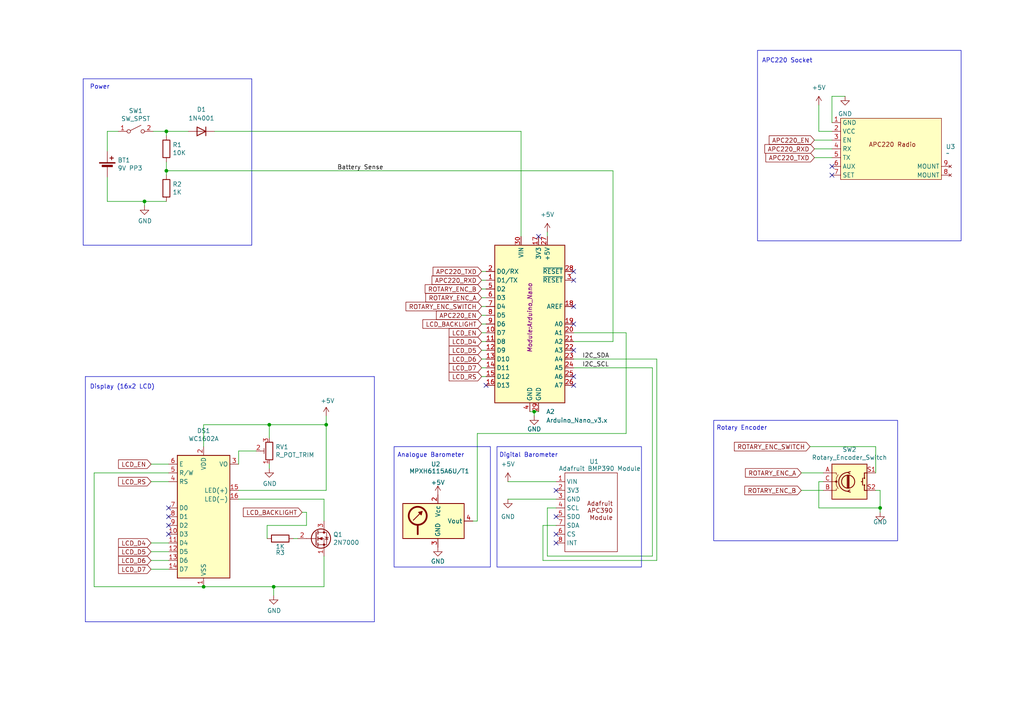
<source format=kicad_sch>
(kicad_sch
	(version 20231120)
	(generator "eeschema")
	(generator_version "8.0")
	(uuid "d0e4a882-7d08-4c2e-a090-dd49362d99ff")
	(paper "A4")
	(title_block
		(title "APC 220 Programmer")
		(date "2024-02-21")
		(rev "0.1")
		(company "Eamonn McGonigle")
		(comment 4 "*** Draft subject to final validation against working prototype ***")
	)
	(lib_symbols
		(symbol "+5V_1"
			(power)
			(pin_numbers hide)
			(pin_names
				(offset 0) hide)
			(exclude_from_sim no)
			(in_bom yes)
			(on_board yes)
			(property "Reference" "#PWR"
				(at 0 -3.81 0)
				(effects
					(font
						(size 1.27 1.27)
					)
					(hide yes)
				)
			)
			(property "Value" "+5V"
				(at 0 3.556 0)
				(effects
					(font
						(size 1.27 1.27)
					)
				)
			)
			(property "Footprint" ""
				(at 0 0 0)
				(effects
					(font
						(size 1.27 1.27)
					)
					(hide yes)
				)
			)
			(property "Datasheet" ""
				(at 0 0 0)
				(effects
					(font
						(size 1.27 1.27)
					)
					(hide yes)
				)
			)
			(property "Description" "Power symbol creates a global label with name \"+5V\""
				(at 0 0 0)
				(effects
					(font
						(size 1.27 1.27)
					)
					(hide yes)
				)
			)
			(property "ki_keywords" "global power"
				(at 0 0 0)
				(effects
					(font
						(size 1.27 1.27)
					)
					(hide yes)
				)
			)
			(symbol "+5V_1_0_1"
				(polyline
					(pts
						(xy -0.762 1.27) (xy 0 2.54)
					)
					(stroke
						(width 0)
						(type default)
					)
					(fill
						(type none)
					)
				)
				(polyline
					(pts
						(xy 0 0) (xy 0 2.54)
					)
					(stroke
						(width 0)
						(type default)
					)
					(fill
						(type none)
					)
				)
				(polyline
					(pts
						(xy 0 2.54) (xy 0.762 1.27)
					)
					(stroke
						(width 0)
						(type default)
					)
					(fill
						(type none)
					)
				)
			)
			(symbol "+5V_1_1_1"
				(pin power_in line
					(at 0 0 90)
					(length 0)
					(name "~"
						(effects
							(font
								(size 1.27 1.27)
							)
						)
					)
					(number "1"
						(effects
							(font
								(size 1.27 1.27)
							)
						)
					)
				)
			)
		)
		(symbol "+5V_2"
			(power)
			(pin_numbers hide)
			(pin_names
				(offset 0) hide)
			(exclude_from_sim no)
			(in_bom yes)
			(on_board yes)
			(property "Reference" "#PWR"
				(at 0 -3.81 0)
				(effects
					(font
						(size 1.27 1.27)
					)
					(hide yes)
				)
			)
			(property "Value" "+5V"
				(at 0 3.556 0)
				(effects
					(font
						(size 1.27 1.27)
					)
				)
			)
			(property "Footprint" ""
				(at 0 0 0)
				(effects
					(font
						(size 1.27 1.27)
					)
					(hide yes)
				)
			)
			(property "Datasheet" ""
				(at 0 0 0)
				(effects
					(font
						(size 1.27 1.27)
					)
					(hide yes)
				)
			)
			(property "Description" "Power symbol creates a global label with name \"+5V\""
				(at 0 0 0)
				(effects
					(font
						(size 1.27 1.27)
					)
					(hide yes)
				)
			)
			(property "ki_keywords" "global power"
				(at 0 0 0)
				(effects
					(font
						(size 1.27 1.27)
					)
					(hide yes)
				)
			)
			(symbol "+5V_2_0_1"
				(polyline
					(pts
						(xy -0.762 1.27) (xy 0 2.54)
					)
					(stroke
						(width 0)
						(type default)
					)
					(fill
						(type none)
					)
				)
				(polyline
					(pts
						(xy 0 0) (xy 0 2.54)
					)
					(stroke
						(width 0)
						(type default)
					)
					(fill
						(type none)
					)
				)
				(polyline
					(pts
						(xy 0 2.54) (xy 0.762 1.27)
					)
					(stroke
						(width 0)
						(type default)
					)
					(fill
						(type none)
					)
				)
			)
			(symbol "+5V_2_1_1"
				(pin power_in line
					(at 0 0 90)
					(length 0)
					(name "~"
						(effects
							(font
								(size 1.27 1.27)
							)
						)
					)
					(number "1"
						(effects
							(font
								(size 1.27 1.27)
							)
						)
					)
				)
			)
		)
		(symbol "+5V_3"
			(power)
			(pin_numbers hide)
			(pin_names
				(offset 0) hide)
			(exclude_from_sim no)
			(in_bom yes)
			(on_board yes)
			(property "Reference" "#PWR"
				(at 0 -3.81 0)
				(effects
					(font
						(size 1.27 1.27)
					)
					(hide yes)
				)
			)
			(property "Value" "+5V"
				(at 0 3.556 0)
				(effects
					(font
						(size 1.27 1.27)
					)
				)
			)
			(property "Footprint" ""
				(at 0 0 0)
				(effects
					(font
						(size 1.27 1.27)
					)
					(hide yes)
				)
			)
			(property "Datasheet" ""
				(at 0 0 0)
				(effects
					(font
						(size 1.27 1.27)
					)
					(hide yes)
				)
			)
			(property "Description" "Power symbol creates a global label with name \"+5V\""
				(at 0 0 0)
				(effects
					(font
						(size 1.27 1.27)
					)
					(hide yes)
				)
			)
			(property "ki_keywords" "global power"
				(at 0 0 0)
				(effects
					(font
						(size 1.27 1.27)
					)
					(hide yes)
				)
			)
			(symbol "+5V_3_0_1"
				(polyline
					(pts
						(xy -0.762 1.27) (xy 0 2.54)
					)
					(stroke
						(width 0)
						(type default)
					)
					(fill
						(type none)
					)
				)
				(polyline
					(pts
						(xy 0 0) (xy 0 2.54)
					)
					(stroke
						(width 0)
						(type default)
					)
					(fill
						(type none)
					)
				)
				(polyline
					(pts
						(xy 0 2.54) (xy 0.762 1.27)
					)
					(stroke
						(width 0)
						(type default)
					)
					(fill
						(type none)
					)
				)
			)
			(symbol "+5V_3_1_1"
				(pin power_in line
					(at 0 0 90)
					(length 0)
					(name "~"
						(effects
							(font
								(size 1.27 1.27)
							)
						)
					)
					(number "1"
						(effects
							(font
								(size 1.27 1.27)
							)
						)
					)
				)
			)
		)
		(symbol "APC220Programmer-rescue:R_POT_TRIM-Device"
			(pin_names
				(offset 1.016) hide)
			(exclude_from_sim no)
			(in_bom yes)
			(on_board yes)
			(property "Reference" "RV"
				(at -4.445 0 90)
				(effects
					(font
						(size 1.27 1.27)
					)
				)
			)
			(property "Value" "Device_R_POT_TRIM"
				(at -2.54 0 90)
				(effects
					(font
						(size 1.27 1.27)
					)
				)
			)
			(property "Footprint" ""
				(at 0 0 0)
				(effects
					(font
						(size 1.27 1.27)
					)
					(hide yes)
				)
			)
			(property "Datasheet" ""
				(at 0 0 0)
				(effects
					(font
						(size 1.27 1.27)
					)
					(hide yes)
				)
			)
			(property "Description" ""
				(at 0 0 0)
				(effects
					(font
						(size 1.27 1.27)
					)
					(hide yes)
				)
			)
			(property "ki_fp_filters" "Potentiometer*"
				(at 0 0 0)
				(effects
					(font
						(size 1.27 1.27)
					)
					(hide yes)
				)
			)
			(symbol "R_POT_TRIM-Device_0_1"
				(polyline
					(pts
						(xy 1.524 0.762) (xy 1.524 -0.762)
					)
					(stroke
						(width 0)
						(type solid)
					)
					(fill
						(type none)
					)
				)
				(polyline
					(pts
						(xy 2.54 0) (xy 1.524 0)
					)
					(stroke
						(width 0)
						(type solid)
					)
					(fill
						(type none)
					)
				)
				(rectangle
					(start 1.016 2.54)
					(end -1.016 -2.54)
					(stroke
						(width 0.254)
						(type solid)
					)
					(fill
						(type none)
					)
				)
			)
			(symbol "R_POT_TRIM-Device_1_1"
				(pin passive line
					(at 0 3.81 270)
					(length 1.27)
					(name "1"
						(effects
							(font
								(size 1.27 1.27)
							)
						)
					)
					(number "1"
						(effects
							(font
								(size 1.27 1.27)
							)
						)
					)
				)
				(pin passive line
					(at 3.81 0 180)
					(length 1.27)
					(name "2"
						(effects
							(font
								(size 1.27 1.27)
							)
						)
					)
					(number "2"
						(effects
							(font
								(size 1.27 1.27)
							)
						)
					)
				)
				(pin passive line
					(at 0 -3.81 90)
					(length 1.27)
					(name "3"
						(effects
							(font
								(size 1.27 1.27)
							)
						)
					)
					(number "3"
						(effects
							(font
								(size 1.27 1.27)
							)
						)
					)
				)
			)
		)
		(symbol "APC220Programmer-rescue:Rotary_Encoder_Switch-Device"
			(pin_names
				(offset 0.254) hide)
			(exclude_from_sim no)
			(in_bom yes)
			(on_board yes)
			(property "Reference" "SW"
				(at 0 6.604 0)
				(effects
					(font
						(size 1.27 1.27)
					)
				)
			)
			(property "Value" "Device_Rotary_Encoder_Switch"
				(at 0 -6.604 0)
				(effects
					(font
						(size 1.27 1.27)
					)
				)
			)
			(property "Footprint" ""
				(at -3.81 4.064 0)
				(effects
					(font
						(size 1.27 1.27)
					)
					(hide yes)
				)
			)
			(property "Datasheet" ""
				(at 0 6.604 0)
				(effects
					(font
						(size 1.27 1.27)
					)
					(hide yes)
				)
			)
			(property "Description" ""
				(at 0 0 0)
				(effects
					(font
						(size 1.27 1.27)
					)
					(hide yes)
				)
			)
			(property "ki_fp_filters" "RotaryEncoder*Switch*"
				(at 0 0 0)
				(effects
					(font
						(size 1.27 1.27)
					)
					(hide yes)
				)
			)
			(symbol "Rotary_Encoder_Switch-Device_0_1"
				(rectangle
					(start -5.08 5.08)
					(end 5.08 -5.08)
					(stroke
						(width 0.254)
						(type solid)
					)
					(fill
						(type background)
					)
				)
				(circle
					(center -3.81 0)
					(radius 0.254)
					(stroke
						(width 0)
						(type solid)
					)
					(fill
						(type outline)
					)
				)
				(circle
					(center -0.381 0)
					(radius 1.905)
					(stroke
						(width 0.254)
						(type solid)
					)
					(fill
						(type none)
					)
				)
				(arc
					(start -0.381 2.667)
					(mid -3.0988 -0.0635)
					(end -0.381 -2.794)
					(stroke
						(width 0.254)
						(type solid)
					)
					(fill
						(type none)
					)
				)
				(polyline
					(pts
						(xy -0.635 -1.778) (xy -0.635 1.778)
					)
					(stroke
						(width 0.254)
						(type solid)
					)
					(fill
						(type none)
					)
				)
				(polyline
					(pts
						(xy -0.381 -1.778) (xy -0.381 1.778)
					)
					(stroke
						(width 0.254)
						(type solid)
					)
					(fill
						(type none)
					)
				)
				(polyline
					(pts
						(xy -0.127 1.778) (xy -0.127 -1.778)
					)
					(stroke
						(width 0.254)
						(type solid)
					)
					(fill
						(type none)
					)
				)
				(polyline
					(pts
						(xy 3.81 0) (xy 3.429 0)
					)
					(stroke
						(width 0.254)
						(type solid)
					)
					(fill
						(type none)
					)
				)
				(polyline
					(pts
						(xy 3.81 1.016) (xy 3.81 -1.016)
					)
					(stroke
						(width 0.254)
						(type solid)
					)
					(fill
						(type none)
					)
				)
				(polyline
					(pts
						(xy -5.08 -2.54) (xy -3.81 -2.54) (xy -3.81 -2.032)
					)
					(stroke
						(width 0)
						(type solid)
					)
					(fill
						(type none)
					)
				)
				(polyline
					(pts
						(xy -5.08 2.54) (xy -3.81 2.54) (xy -3.81 2.032)
					)
					(stroke
						(width 0)
						(type solid)
					)
					(fill
						(type none)
					)
				)
				(polyline
					(pts
						(xy 0.254 -3.048) (xy -0.508 -2.794) (xy 0.127 -2.413)
					)
					(stroke
						(width 0.254)
						(type solid)
					)
					(fill
						(type none)
					)
				)
				(polyline
					(pts
						(xy 0.254 2.921) (xy -0.508 2.667) (xy 0.127 2.286)
					)
					(stroke
						(width 0.254)
						(type solid)
					)
					(fill
						(type none)
					)
				)
				(polyline
					(pts
						(xy 5.08 -2.54) (xy 4.318 -2.54) (xy 4.318 -1.016)
					)
					(stroke
						(width 0.254)
						(type solid)
					)
					(fill
						(type none)
					)
				)
				(polyline
					(pts
						(xy 5.08 2.54) (xy 4.318 2.54) (xy 4.318 1.016)
					)
					(stroke
						(width 0.254)
						(type solid)
					)
					(fill
						(type none)
					)
				)
				(polyline
					(pts
						(xy -5.08 0) (xy -3.81 0) (xy -3.81 -1.016) (xy -3.302 -2.032)
					)
					(stroke
						(width 0)
						(type solid)
					)
					(fill
						(type none)
					)
				)
				(polyline
					(pts
						(xy -4.318 0) (xy -3.81 0) (xy -3.81 1.016) (xy -3.302 2.032)
					)
					(stroke
						(width 0)
						(type solid)
					)
					(fill
						(type none)
					)
				)
				(circle
					(center 4.318 -1.016)
					(radius 0.127)
					(stroke
						(width 0.254)
						(type solid)
					)
					(fill
						(type none)
					)
				)
				(circle
					(center 4.318 1.016)
					(radius 0.127)
					(stroke
						(width 0.254)
						(type solid)
					)
					(fill
						(type none)
					)
				)
			)
			(symbol "Rotary_Encoder_Switch-Device_1_1"
				(pin passive line
					(at -7.62 2.54 0)
					(length 2.54)
					(name "A"
						(effects
							(font
								(size 1.27 1.27)
							)
						)
					)
					(number "A"
						(effects
							(font
								(size 1.27 1.27)
							)
						)
					)
				)
				(pin passive line
					(at -7.62 -2.54 0)
					(length 2.54)
					(name "B"
						(effects
							(font
								(size 1.27 1.27)
							)
						)
					)
					(number "B"
						(effects
							(font
								(size 1.27 1.27)
							)
						)
					)
				)
				(pin passive line
					(at -7.62 0 0)
					(length 2.54)
					(name "C"
						(effects
							(font
								(size 1.27 1.27)
							)
						)
					)
					(number "C"
						(effects
							(font
								(size 1.27 1.27)
							)
						)
					)
				)
				(pin passive line
					(at 7.62 2.54 180)
					(length 2.54)
					(name "S1"
						(effects
							(font
								(size 1.27 1.27)
							)
						)
					)
					(number "S1"
						(effects
							(font
								(size 1.27 1.27)
							)
						)
					)
				)
				(pin passive line
					(at 7.62 -2.54 180)
					(length 2.54)
					(name "S2"
						(effects
							(font
								(size 1.27 1.27)
							)
						)
					)
					(number "S2"
						(effects
							(font
								(size 1.27 1.27)
							)
						)
					)
				)
			)
		)
		(symbol "Device:Battery_Cell"
			(pin_numbers hide)
			(pin_names
				(offset 0) hide)
			(exclude_from_sim no)
			(in_bom yes)
			(on_board yes)
			(property "Reference" "BT"
				(at 2.54 2.54 0)
				(effects
					(font
						(size 1.27 1.27)
					)
					(justify left)
				)
			)
			(property "Value" "Battery_Cell"
				(at 2.54 0 0)
				(effects
					(font
						(size 1.27 1.27)
					)
					(justify left)
				)
			)
			(property "Footprint" ""
				(at 0 1.524 90)
				(effects
					(font
						(size 1.27 1.27)
					)
					(hide yes)
				)
			)
			(property "Datasheet" "~"
				(at 0 1.524 90)
				(effects
					(font
						(size 1.27 1.27)
					)
					(hide yes)
				)
			)
			(property "Description" "Single-cell battery"
				(at 0 0 0)
				(effects
					(font
						(size 1.27 1.27)
					)
					(hide yes)
				)
			)
			(property "ki_keywords" "battery cell"
				(at 0 0 0)
				(effects
					(font
						(size 1.27 1.27)
					)
					(hide yes)
				)
			)
			(symbol "Battery_Cell_0_1"
				(rectangle
					(start -2.286 1.778)
					(end 2.286 1.524)
					(stroke
						(width 0)
						(type default)
					)
					(fill
						(type outline)
					)
				)
				(rectangle
					(start -1.524 1.016)
					(end 1.524 0.508)
					(stroke
						(width 0)
						(type default)
					)
					(fill
						(type outline)
					)
				)
				(polyline
					(pts
						(xy 0 0.762) (xy 0 0)
					)
					(stroke
						(width 0)
						(type default)
					)
					(fill
						(type none)
					)
				)
				(polyline
					(pts
						(xy 0 1.778) (xy 0 2.54)
					)
					(stroke
						(width 0)
						(type default)
					)
					(fill
						(type none)
					)
				)
				(polyline
					(pts
						(xy 0.762 3.048) (xy 1.778 3.048)
					)
					(stroke
						(width 0.254)
						(type default)
					)
					(fill
						(type none)
					)
				)
				(polyline
					(pts
						(xy 1.27 3.556) (xy 1.27 2.54)
					)
					(stroke
						(width 0.254)
						(type default)
					)
					(fill
						(type none)
					)
				)
			)
			(symbol "Battery_Cell_1_1"
				(pin passive line
					(at 0 5.08 270)
					(length 2.54)
					(name "+"
						(effects
							(font
								(size 1.27 1.27)
							)
						)
					)
					(number "1"
						(effects
							(font
								(size 1.27 1.27)
							)
						)
					)
				)
				(pin passive line
					(at 0 -2.54 90)
					(length 2.54)
					(name "-"
						(effects
							(font
								(size 1.27 1.27)
							)
						)
					)
					(number "2"
						(effects
							(font
								(size 1.27 1.27)
							)
						)
					)
				)
			)
		)
		(symbol "Device:D"
			(pin_numbers hide)
			(pin_names
				(offset 1.016) hide)
			(exclude_from_sim no)
			(in_bom yes)
			(on_board yes)
			(property "Reference" "D"
				(at 0 2.54 0)
				(effects
					(font
						(size 1.27 1.27)
					)
				)
			)
			(property "Value" "D"
				(at 0 -2.54 0)
				(effects
					(font
						(size 1.27 1.27)
					)
				)
			)
			(property "Footprint" ""
				(at 0 0 0)
				(effects
					(font
						(size 1.27 1.27)
					)
					(hide yes)
				)
			)
			(property "Datasheet" "~"
				(at 0 0 0)
				(effects
					(font
						(size 1.27 1.27)
					)
					(hide yes)
				)
			)
			(property "Description" "Diode"
				(at 0 0 0)
				(effects
					(font
						(size 1.27 1.27)
					)
					(hide yes)
				)
			)
			(property "Sim.Device" "D"
				(at 0 0 0)
				(effects
					(font
						(size 1.27 1.27)
					)
					(hide yes)
				)
			)
			(property "Sim.Pins" "1=K 2=A"
				(at 0 0 0)
				(effects
					(font
						(size 1.27 1.27)
					)
					(hide yes)
				)
			)
			(property "ki_keywords" "diode"
				(at 0 0 0)
				(effects
					(font
						(size 1.27 1.27)
					)
					(hide yes)
				)
			)
			(property "ki_fp_filters" "TO-???* *_Diode_* *SingleDiode* D_*"
				(at 0 0 0)
				(effects
					(font
						(size 1.27 1.27)
					)
					(hide yes)
				)
			)
			(symbol "D_0_1"
				(polyline
					(pts
						(xy -1.27 1.27) (xy -1.27 -1.27)
					)
					(stroke
						(width 0.254)
						(type default)
					)
					(fill
						(type none)
					)
				)
				(polyline
					(pts
						(xy 1.27 0) (xy -1.27 0)
					)
					(stroke
						(width 0)
						(type default)
					)
					(fill
						(type none)
					)
				)
				(polyline
					(pts
						(xy 1.27 1.27) (xy 1.27 -1.27) (xy -1.27 0) (xy 1.27 1.27)
					)
					(stroke
						(width 0.254)
						(type default)
					)
					(fill
						(type none)
					)
				)
			)
			(symbol "D_1_1"
				(pin passive line
					(at -3.81 0 0)
					(length 2.54)
					(name "K"
						(effects
							(font
								(size 1.27 1.27)
							)
						)
					)
					(number "1"
						(effects
							(font
								(size 1.27 1.27)
							)
						)
					)
				)
				(pin passive line
					(at 3.81 0 180)
					(length 2.54)
					(name "A"
						(effects
							(font
								(size 1.27 1.27)
							)
						)
					)
					(number "2"
						(effects
							(font
								(size 1.27 1.27)
							)
						)
					)
				)
			)
		)
		(symbol "Device:R"
			(pin_numbers hide)
			(pin_names
				(offset 0)
			)
			(exclude_from_sim no)
			(in_bom yes)
			(on_board yes)
			(property "Reference" "R"
				(at 2.032 0 90)
				(effects
					(font
						(size 1.27 1.27)
					)
				)
			)
			(property "Value" "R"
				(at 0 0 90)
				(effects
					(font
						(size 1.27 1.27)
					)
				)
			)
			(property "Footprint" ""
				(at -1.778 0 90)
				(effects
					(font
						(size 1.27 1.27)
					)
					(hide yes)
				)
			)
			(property "Datasheet" "~"
				(at 0 0 0)
				(effects
					(font
						(size 1.27 1.27)
					)
					(hide yes)
				)
			)
			(property "Description" "Resistor"
				(at 0 0 0)
				(effects
					(font
						(size 1.27 1.27)
					)
					(hide yes)
				)
			)
			(property "ki_keywords" "R res resistor"
				(at 0 0 0)
				(effects
					(font
						(size 1.27 1.27)
					)
					(hide yes)
				)
			)
			(property "ki_fp_filters" "R_*"
				(at 0 0 0)
				(effects
					(font
						(size 1.27 1.27)
					)
					(hide yes)
				)
			)
			(symbol "R_0_1"
				(rectangle
					(start -1.016 -2.54)
					(end 1.016 2.54)
					(stroke
						(width 0.254)
						(type default)
					)
					(fill
						(type none)
					)
				)
			)
			(symbol "R_1_1"
				(pin passive line
					(at 0 3.81 270)
					(length 1.27)
					(name "~"
						(effects
							(font
								(size 1.27 1.27)
							)
						)
					)
					(number "1"
						(effects
							(font
								(size 1.27 1.27)
							)
						)
					)
				)
				(pin passive line
					(at 0 -3.81 90)
					(length 1.27)
					(name "~"
						(effects
							(font
								(size 1.27 1.27)
							)
						)
					)
					(number "2"
						(effects
							(font
								(size 1.27 1.27)
							)
						)
					)
				)
			)
		)
		(symbol "Display_Character:WC1602A"
			(exclude_from_sim no)
			(in_bom yes)
			(on_board yes)
			(property "Reference" "DS"
				(at -5.842 19.05 0)
				(effects
					(font
						(size 1.27 1.27)
					)
				)
			)
			(property "Value" "WC1602A"
				(at 5.334 19.05 0)
				(effects
					(font
						(size 1.27 1.27)
					)
				)
			)
			(property "Footprint" "Display:WC1602A"
				(at 0 -22.86 0)
				(effects
					(font
						(size 1.27 1.27)
						(italic yes)
					)
					(hide yes)
				)
			)
			(property "Datasheet" "http://www.wincomlcd.com/pdf/WC1602A-SFYLYHTC06.pdf"
				(at 17.78 0 0)
				(effects
					(font
						(size 1.27 1.27)
					)
					(hide yes)
				)
			)
			(property "Description" "LCD 16x2 Alphanumeric , 8 bit parallel bus, 5V VDD"
				(at 0 0 0)
				(effects
					(font
						(size 1.27 1.27)
					)
					(hide yes)
				)
			)
			(property "ki_keywords" "display LCD dot-matrix"
				(at 0 0 0)
				(effects
					(font
						(size 1.27 1.27)
					)
					(hide yes)
				)
			)
			(property "ki_fp_filters" "*WC*1602A*"
				(at 0 0 0)
				(effects
					(font
						(size 1.27 1.27)
					)
					(hide yes)
				)
			)
			(symbol "WC1602A_1_1"
				(rectangle
					(start -7.62 17.78)
					(end 7.62 -17.78)
					(stroke
						(width 0.254)
						(type default)
					)
					(fill
						(type background)
					)
				)
				(pin power_in line
					(at 0 -20.32 90)
					(length 2.54)
					(name "VSS"
						(effects
							(font
								(size 1.27 1.27)
							)
						)
					)
					(number "1"
						(effects
							(font
								(size 1.27 1.27)
							)
						)
					)
				)
				(pin input line
					(at -10.16 -5.08 0)
					(length 2.54)
					(name "D3"
						(effects
							(font
								(size 1.27 1.27)
							)
						)
					)
					(number "10"
						(effects
							(font
								(size 1.27 1.27)
							)
						)
					)
				)
				(pin input line
					(at -10.16 -7.62 0)
					(length 2.54)
					(name "D4"
						(effects
							(font
								(size 1.27 1.27)
							)
						)
					)
					(number "11"
						(effects
							(font
								(size 1.27 1.27)
							)
						)
					)
				)
				(pin input line
					(at -10.16 -10.16 0)
					(length 2.54)
					(name "D5"
						(effects
							(font
								(size 1.27 1.27)
							)
						)
					)
					(number "12"
						(effects
							(font
								(size 1.27 1.27)
							)
						)
					)
				)
				(pin input line
					(at -10.16 -12.7 0)
					(length 2.54)
					(name "D6"
						(effects
							(font
								(size 1.27 1.27)
							)
						)
					)
					(number "13"
						(effects
							(font
								(size 1.27 1.27)
							)
						)
					)
				)
				(pin input line
					(at -10.16 -15.24 0)
					(length 2.54)
					(name "D7"
						(effects
							(font
								(size 1.27 1.27)
							)
						)
					)
					(number "14"
						(effects
							(font
								(size 1.27 1.27)
							)
						)
					)
				)
				(pin power_in line
					(at 10.16 7.62 180)
					(length 2.54)
					(name "LED(+)"
						(effects
							(font
								(size 1.27 1.27)
							)
						)
					)
					(number "15"
						(effects
							(font
								(size 1.27 1.27)
							)
						)
					)
				)
				(pin power_in line
					(at 10.16 5.08 180)
					(length 2.54)
					(name "LED(-)"
						(effects
							(font
								(size 1.27 1.27)
							)
						)
					)
					(number "16"
						(effects
							(font
								(size 1.27 1.27)
							)
						)
					)
				)
				(pin power_in line
					(at 0 20.32 270)
					(length 2.54)
					(name "VDD"
						(effects
							(font
								(size 1.27 1.27)
							)
						)
					)
					(number "2"
						(effects
							(font
								(size 1.27 1.27)
							)
						)
					)
				)
				(pin input line
					(at 10.16 15.24 180)
					(length 2.54)
					(name "VO"
						(effects
							(font
								(size 1.27 1.27)
							)
						)
					)
					(number "3"
						(effects
							(font
								(size 1.27 1.27)
							)
						)
					)
				)
				(pin input line
					(at -10.16 10.16 0)
					(length 2.54)
					(name "RS"
						(effects
							(font
								(size 1.27 1.27)
							)
						)
					)
					(number "4"
						(effects
							(font
								(size 1.27 1.27)
							)
						)
					)
				)
				(pin input line
					(at -10.16 12.7 0)
					(length 2.54)
					(name "R/W"
						(effects
							(font
								(size 1.27 1.27)
							)
						)
					)
					(number "5"
						(effects
							(font
								(size 1.27 1.27)
							)
						)
					)
				)
				(pin input line
					(at -10.16 15.24 0)
					(length 2.54)
					(name "E"
						(effects
							(font
								(size 1.27 1.27)
							)
						)
					)
					(number "6"
						(effects
							(font
								(size 1.27 1.27)
							)
						)
					)
				)
				(pin input line
					(at -10.16 2.54 0)
					(length 2.54)
					(name "D0"
						(effects
							(font
								(size 1.27 1.27)
							)
						)
					)
					(number "7"
						(effects
							(font
								(size 1.27 1.27)
							)
						)
					)
				)
				(pin input line
					(at -10.16 0 0)
					(length 2.54)
					(name "D1"
						(effects
							(font
								(size 1.27 1.27)
							)
						)
					)
					(number "8"
						(effects
							(font
								(size 1.27 1.27)
							)
						)
					)
				)
				(pin input line
					(at -10.16 -2.54 0)
					(length 2.54)
					(name "D2"
						(effects
							(font
								(size 1.27 1.27)
							)
						)
					)
					(number "9"
						(effects
							(font
								(size 1.27 1.27)
							)
						)
					)
				)
			)
		)
		(symbol "GND_1"
			(power)
			(pin_numbers hide)
			(pin_names
				(offset 0) hide)
			(exclude_from_sim no)
			(in_bom yes)
			(on_board yes)
			(property "Reference" "#PWR"
				(at 0 -6.35 0)
				(effects
					(font
						(size 1.27 1.27)
					)
					(hide yes)
				)
			)
			(property "Value" "GND"
				(at 0 -3.81 0)
				(effects
					(font
						(size 1.27 1.27)
					)
				)
			)
			(property "Footprint" ""
				(at 0 0 0)
				(effects
					(font
						(size 1.27 1.27)
					)
					(hide yes)
				)
			)
			(property "Datasheet" ""
				(at 0 0 0)
				(effects
					(font
						(size 1.27 1.27)
					)
					(hide yes)
				)
			)
			(property "Description" "Power symbol creates a global label with name \"GND\" , ground"
				(at 0 0 0)
				(effects
					(font
						(size 1.27 1.27)
					)
					(hide yes)
				)
			)
			(property "ki_keywords" "global power"
				(at 0 0 0)
				(effects
					(font
						(size 1.27 1.27)
					)
					(hide yes)
				)
			)
			(symbol "GND_1_0_1"
				(polyline
					(pts
						(xy 0 0) (xy 0 -1.27) (xy 1.27 -1.27) (xy 0 -2.54) (xy -1.27 -1.27) (xy 0 -1.27)
					)
					(stroke
						(width 0)
						(type default)
					)
					(fill
						(type none)
					)
				)
			)
			(symbol "GND_1_1_1"
				(pin power_in line
					(at 0 0 270)
					(length 0)
					(name "~"
						(effects
							(font
								(size 1.27 1.27)
							)
						)
					)
					(number "1"
						(effects
							(font
								(size 1.27 1.27)
							)
						)
					)
				)
			)
		)
		(symbol "GND_2"
			(power)
			(pin_numbers hide)
			(pin_names
				(offset 0) hide)
			(exclude_from_sim no)
			(in_bom yes)
			(on_board yes)
			(property "Reference" "#PWR"
				(at 0 -6.35 0)
				(effects
					(font
						(size 1.27 1.27)
					)
					(hide yes)
				)
			)
			(property "Value" "GND"
				(at 0 -3.81 0)
				(effects
					(font
						(size 1.27 1.27)
					)
				)
			)
			(property "Footprint" ""
				(at 0 0 0)
				(effects
					(font
						(size 1.27 1.27)
					)
					(hide yes)
				)
			)
			(property "Datasheet" ""
				(at 0 0 0)
				(effects
					(font
						(size 1.27 1.27)
					)
					(hide yes)
				)
			)
			(property "Description" "Power symbol creates a global label with name \"GND\" , ground"
				(at 0 0 0)
				(effects
					(font
						(size 1.27 1.27)
					)
					(hide yes)
				)
			)
			(property "ki_keywords" "global power"
				(at 0 0 0)
				(effects
					(font
						(size 1.27 1.27)
					)
					(hide yes)
				)
			)
			(symbol "GND_2_0_1"
				(polyline
					(pts
						(xy 0 0) (xy 0 -1.27) (xy 1.27 -1.27) (xy 0 -2.54) (xy -1.27 -1.27) (xy 0 -1.27)
					)
					(stroke
						(width 0)
						(type default)
					)
					(fill
						(type none)
					)
				)
			)
			(symbol "GND_2_1_1"
				(pin power_in line
					(at 0 0 270)
					(length 0)
					(name "~"
						(effects
							(font
								(size 1.27 1.27)
							)
						)
					)
					(number "1"
						(effects
							(font
								(size 1.27 1.27)
							)
						)
					)
				)
			)
		)
		(symbol "GND_3"
			(power)
			(pin_numbers hide)
			(pin_names
				(offset 0) hide)
			(exclude_from_sim no)
			(in_bom yes)
			(on_board yes)
			(property "Reference" "#PWR"
				(at 0 -6.35 0)
				(effects
					(font
						(size 1.27 1.27)
					)
					(hide yes)
				)
			)
			(property "Value" "GND"
				(at 0 -3.81 0)
				(effects
					(font
						(size 1.27 1.27)
					)
				)
			)
			(property "Footprint" ""
				(at 0 0 0)
				(effects
					(font
						(size 1.27 1.27)
					)
					(hide yes)
				)
			)
			(property "Datasheet" ""
				(at 0 0 0)
				(effects
					(font
						(size 1.27 1.27)
					)
					(hide yes)
				)
			)
			(property "Description" "Power symbol creates a global label with name \"GND\" , ground"
				(at 0 0 0)
				(effects
					(font
						(size 1.27 1.27)
					)
					(hide yes)
				)
			)
			(property "ki_keywords" "global power"
				(at 0 0 0)
				(effects
					(font
						(size 1.27 1.27)
					)
					(hide yes)
				)
			)
			(symbol "GND_3_0_1"
				(polyline
					(pts
						(xy 0 0) (xy 0 -1.27) (xy 1.27 -1.27) (xy 0 -2.54) (xy -1.27 -1.27) (xy 0 -1.27)
					)
					(stroke
						(width 0)
						(type default)
					)
					(fill
						(type none)
					)
				)
			)
			(symbol "GND_3_1_1"
				(pin power_in line
					(at 0 0 270)
					(length 0)
					(name "~"
						(effects
							(font
								(size 1.27 1.27)
							)
						)
					)
					(number "1"
						(effects
							(font
								(size 1.27 1.27)
							)
						)
					)
				)
			)
		)
		(symbol "Library:APC220_Radio"
			(exclude_from_sim no)
			(in_bom yes)
			(on_board yes)
			(property "Reference" "U"
				(at 15.24 -1.524 0)
				(effects
					(font
						(size 1.27 1.27)
					)
				)
			)
			(property "Value" ""
				(at 1.27 -5.08 0)
				(effects
					(font
						(size 1.27 1.27)
					)
				)
			)
			(property "Footprint" ""
				(at 1.27 -5.08 0)
				(effects
					(font
						(size 1.27 1.27)
					)
					(hide yes)
				)
			)
			(property "Datasheet" ""
				(at 1.27 -5.08 0)
				(effects
					(font
						(size 1.27 1.27)
					)
					(hide yes)
				)
			)
			(property "Description" ""
				(at 1.27 -5.08 0)
				(effects
					(font
						(size 1.27 1.27)
					)
					(hide yes)
				)
			)
			(symbol "APC220_Radio_0_1"
				(rectangle
					(start 0 8.89)
					(end 0 -8.89)
					(stroke
						(width 0)
						(type default)
					)
					(fill
						(type none)
					)
				)
				(rectangle
					(start 0 8.89)
					(end 29.21 -8.89)
					(stroke
						(width 0)
						(type default)
					)
					(fill
						(type background)
					)
				)
			)
			(symbol "APC220_Radio_1_1"
				(text "APC220 Radio"
					(at 14.986 1.27 0)
					(effects
						(font
							(size 1.27 1.27)
						)
					)
				)
				(pin power_in line
					(at -2.54 7.62 0)
					(length 2.54)
					(name "GND"
						(effects
							(font
								(size 1.27 1.27)
							)
						)
					)
					(number "1"
						(effects
							(font
								(size 1.27 1.27)
							)
						)
					)
				)
				(pin power_in line
					(at -2.54 5.08 0)
					(length 2.54)
					(name "VCC"
						(effects
							(font
								(size 1.27 1.27)
							)
						)
					)
					(number "2"
						(effects
							(font
								(size 1.27 1.27)
							)
						)
					)
				)
				(pin input line
					(at -2.54 2.54 0)
					(length 2.54)
					(name "EN"
						(effects
							(font
								(size 1.27 1.27)
							)
						)
					)
					(number "3"
						(effects
							(font
								(size 1.27 1.27)
							)
						)
					)
				)
				(pin output line
					(at -2.54 0 0)
					(length 2.54)
					(name "RX"
						(effects
							(font
								(size 1.27 1.27)
							)
						)
					)
					(number "4"
						(effects
							(font
								(size 1.27 1.27)
							)
						)
					)
				)
				(pin input line
					(at -2.54 -2.54 0)
					(length 2.54)
					(name "TX"
						(effects
							(font
								(size 1.27 1.27)
							)
						)
					)
					(number "5"
						(effects
							(font
								(size 1.27 1.27)
							)
						)
					)
				)
				(pin input line
					(at -2.54 -5.08 0)
					(length 2.54)
					(name "AUX"
						(effects
							(font
								(size 1.27 1.27)
							)
						)
					)
					(number "6"
						(effects
							(font
								(size 1.27 1.27)
							)
						)
					)
				)
				(pin input line
					(at -2.54 -7.62 0)
					(length 2.54)
					(name "SET"
						(effects
							(font
								(size 1.27 1.27)
							)
						)
					)
					(number "7"
						(effects
							(font
								(size 1.27 1.27)
							)
						)
					)
				)
				(pin no_connect line
					(at 31.75 -7.62 180)
					(length 2.54)
					(name "MOUNT"
						(effects
							(font
								(size 1.27 1.27)
							)
						)
					)
					(number "8"
						(effects
							(font
								(size 1.27 1.27)
							)
						)
					)
				)
				(pin no_connect line
					(at 31.75 -5.08 180)
					(length 2.54)
					(name "MOUNT"
						(effects
							(font
								(size 1.27 1.27)
							)
						)
					)
					(number "9"
						(effects
							(font
								(size 1.27 1.27)
							)
						)
					)
				)
			)
		)
		(symbol "Library:Adafruit_BMP390_Module"
			(exclude_from_sim no)
			(in_bom yes)
			(on_board yes)
			(property "Reference" "U"
				(at 0 0 0)
				(effects
					(font
						(size 1.27 1.27)
					)
				)
			)
			(property "Value" ""
				(at 0 0 0)
				(effects
					(font
						(size 1.27 1.27)
					)
				)
			)
			(property "Footprint" ""
				(at 0 0 0)
				(effects
					(font
						(size 1.27 1.27)
					)
					(hide yes)
				)
			)
			(property "Datasheet" ""
				(at 0 0 0)
				(effects
					(font
						(size 1.27 1.27)
					)
					(hide yes)
				)
			)
			(property "Description" ""
				(at 0 0 0)
				(effects
					(font
						(size 1.27 1.27)
					)
					(hide yes)
				)
			)
			(symbol "Adafruit_BMP390_Module_0_1"
				(rectangle
					(start 2.54 0)
					(end 17.78 -22.86)
					(stroke
						(width 0)
						(type default)
					)
					(fill
						(type none)
					)
				)
			)
			(symbol "Adafruit_BMP390_Module_1_1"
				(text "Adafruit\nAPC390\nModule"
					(at 16.51 -10.922 0)
					(effects
						(font
							(size 1.27 1.27)
						)
						(justify right)
					)
				)
				(pin power_in line
					(at 0 -2.54 0)
					(length 2.54)
					(name "VIN"
						(effects
							(font
								(size 1.27 1.27)
							)
						)
					)
					(number "1"
						(effects
							(font
								(size 1.27 1.27)
							)
						)
					)
				)
				(pin power_in line
					(at 0 -5.08 0)
					(length 2.54)
					(name "3V3"
						(effects
							(font
								(size 1.27 1.27)
							)
						)
					)
					(number "2"
						(effects
							(font
								(size 1.27 1.27)
							)
						)
					)
				)
				(pin power_in line
					(at 0 -7.62 0)
					(length 2.54)
					(name "GND"
						(effects
							(font
								(size 1.27 1.27)
							)
						)
					)
					(number "3"
						(effects
							(font
								(size 1.27 1.27)
							)
						)
					)
				)
				(pin input line
					(at 0 -10.16 0)
					(length 2.54)
					(name "SCL"
						(effects
							(font
								(size 1.27 1.27)
							)
						)
					)
					(number "4"
						(effects
							(font
								(size 1.27 1.27)
							)
						)
					)
				)
				(pin output line
					(at 0 -12.7 0)
					(length 2.54)
					(name "SDO"
						(effects
							(font
								(size 1.27 1.27)
							)
						)
					)
					(number "5"
						(effects
							(font
								(size 1.27 1.27)
							)
						)
					)
				)
				(pin input line
					(at 0 -17.78 0)
					(length 2.54)
					(name "CS"
						(effects
							(font
								(size 1.27 1.27)
							)
						)
					)
					(number "6"
						(effects
							(font
								(size 1.27 1.27)
							)
						)
					)
				)
				(pin bidirectional line
					(at 0 -15.24 0)
					(length 2.54)
					(name "SDA"
						(effects
							(font
								(size 1.27 1.27)
							)
						)
					)
					(number "7"
						(effects
							(font
								(size 1.27 1.27)
							)
						)
					)
				)
				(pin output line
					(at 0 -20.32 0)
					(length 2.54)
					(name "INT"
						(effects
							(font
								(size 1.27 1.27)
							)
						)
					)
					(number "8"
						(effects
							(font
								(size 1.27 1.27)
							)
						)
					)
				)
			)
		)
		(symbol "MCU_Module:Arduino_Nano_v3.x"
			(exclude_from_sim no)
			(in_bom yes)
			(on_board yes)
			(property "Reference" "A"
				(at -10.16 23.495 0)
				(effects
					(font
						(size 1.27 1.27)
					)
					(justify left bottom)
				)
			)
			(property "Value" "Arduino_Nano_v3.x"
				(at 5.08 -24.13 0)
				(effects
					(font
						(size 1.27 1.27)
					)
					(justify left top)
				)
			)
			(property "Footprint" "Module:Arduino_Nano"
				(at 0 0 0)
				(effects
					(font
						(size 1.27 1.27)
						(italic yes)
					)
					(hide yes)
				)
			)
			(property "Datasheet" "http://www.mouser.com/pdfdocs/Gravitech_Arduino_Nano3_0.pdf"
				(at 0 0 0)
				(effects
					(font
						(size 1.27 1.27)
					)
					(hide yes)
				)
			)
			(property "Description" "Arduino Nano v3.x"
				(at 0 0 0)
				(effects
					(font
						(size 1.27 1.27)
					)
					(hide yes)
				)
			)
			(property "ki_keywords" "Arduino nano microcontroller module USB"
				(at 0 0 0)
				(effects
					(font
						(size 1.27 1.27)
					)
					(hide yes)
				)
			)
			(property "ki_fp_filters" "Arduino*Nano*"
				(at 0 0 0)
				(effects
					(font
						(size 1.27 1.27)
					)
					(hide yes)
				)
			)
			(symbol "Arduino_Nano_v3.x_0_1"
				(rectangle
					(start -10.16 22.86)
					(end 10.16 -22.86)
					(stroke
						(width 0.254)
						(type default)
					)
					(fill
						(type background)
					)
				)
			)
			(symbol "Arduino_Nano_v3.x_1_1"
				(pin bidirectional line
					(at -12.7 12.7 0)
					(length 2.54)
					(name "D1/TX"
						(effects
							(font
								(size 1.27 1.27)
							)
						)
					)
					(number "1"
						(effects
							(font
								(size 1.27 1.27)
							)
						)
					)
				)
				(pin bidirectional line
					(at -12.7 -2.54 0)
					(length 2.54)
					(name "D7"
						(effects
							(font
								(size 1.27 1.27)
							)
						)
					)
					(number "10"
						(effects
							(font
								(size 1.27 1.27)
							)
						)
					)
				)
				(pin bidirectional line
					(at -12.7 -5.08 0)
					(length 2.54)
					(name "D8"
						(effects
							(font
								(size 1.27 1.27)
							)
						)
					)
					(number "11"
						(effects
							(font
								(size 1.27 1.27)
							)
						)
					)
				)
				(pin bidirectional line
					(at -12.7 -7.62 0)
					(length 2.54)
					(name "D9"
						(effects
							(font
								(size 1.27 1.27)
							)
						)
					)
					(number "12"
						(effects
							(font
								(size 1.27 1.27)
							)
						)
					)
				)
				(pin bidirectional line
					(at -12.7 -10.16 0)
					(length 2.54)
					(name "D10"
						(effects
							(font
								(size 1.27 1.27)
							)
						)
					)
					(number "13"
						(effects
							(font
								(size 1.27 1.27)
							)
						)
					)
				)
				(pin bidirectional line
					(at -12.7 -12.7 0)
					(length 2.54)
					(name "D11"
						(effects
							(font
								(size 1.27 1.27)
							)
						)
					)
					(number "14"
						(effects
							(font
								(size 1.27 1.27)
							)
						)
					)
				)
				(pin bidirectional line
					(at -12.7 -15.24 0)
					(length 2.54)
					(name "D12"
						(effects
							(font
								(size 1.27 1.27)
							)
						)
					)
					(number "15"
						(effects
							(font
								(size 1.27 1.27)
							)
						)
					)
				)
				(pin bidirectional line
					(at -12.7 -17.78 0)
					(length 2.54)
					(name "D13"
						(effects
							(font
								(size 1.27 1.27)
							)
						)
					)
					(number "16"
						(effects
							(font
								(size 1.27 1.27)
							)
						)
					)
				)
				(pin power_out line
					(at 2.54 25.4 270)
					(length 2.54)
					(name "3V3"
						(effects
							(font
								(size 1.27 1.27)
							)
						)
					)
					(number "17"
						(effects
							(font
								(size 1.27 1.27)
							)
						)
					)
				)
				(pin input line
					(at 12.7 5.08 180)
					(length 2.54)
					(name "AREF"
						(effects
							(font
								(size 1.27 1.27)
							)
						)
					)
					(number "18"
						(effects
							(font
								(size 1.27 1.27)
							)
						)
					)
				)
				(pin bidirectional line
					(at 12.7 0 180)
					(length 2.54)
					(name "A0"
						(effects
							(font
								(size 1.27 1.27)
							)
						)
					)
					(number "19"
						(effects
							(font
								(size 1.27 1.27)
							)
						)
					)
				)
				(pin bidirectional line
					(at -12.7 15.24 0)
					(length 2.54)
					(name "D0/RX"
						(effects
							(font
								(size 1.27 1.27)
							)
						)
					)
					(number "2"
						(effects
							(font
								(size 1.27 1.27)
							)
						)
					)
				)
				(pin bidirectional line
					(at 12.7 -2.54 180)
					(length 2.54)
					(name "A1"
						(effects
							(font
								(size 1.27 1.27)
							)
						)
					)
					(number "20"
						(effects
							(font
								(size 1.27 1.27)
							)
						)
					)
				)
				(pin bidirectional line
					(at 12.7 -5.08 180)
					(length 2.54)
					(name "A2"
						(effects
							(font
								(size 1.27 1.27)
							)
						)
					)
					(number "21"
						(effects
							(font
								(size 1.27 1.27)
							)
						)
					)
				)
				(pin bidirectional line
					(at 12.7 -7.62 180)
					(length 2.54)
					(name "A3"
						(effects
							(font
								(size 1.27 1.27)
							)
						)
					)
					(number "22"
						(effects
							(font
								(size 1.27 1.27)
							)
						)
					)
				)
				(pin bidirectional line
					(at 12.7 -10.16 180)
					(length 2.54)
					(name "A4"
						(effects
							(font
								(size 1.27 1.27)
							)
						)
					)
					(number "23"
						(effects
							(font
								(size 1.27 1.27)
							)
						)
					)
				)
				(pin bidirectional line
					(at 12.7 -12.7 180)
					(length 2.54)
					(name "A5"
						(effects
							(font
								(size 1.27 1.27)
							)
						)
					)
					(number "24"
						(effects
							(font
								(size 1.27 1.27)
							)
						)
					)
				)
				(pin bidirectional line
					(at 12.7 -15.24 180)
					(length 2.54)
					(name "A6"
						(effects
							(font
								(size 1.27 1.27)
							)
						)
					)
					(number "25"
						(effects
							(font
								(size 1.27 1.27)
							)
						)
					)
				)
				(pin bidirectional line
					(at 12.7 -17.78 180)
					(length 2.54)
					(name "A7"
						(effects
							(font
								(size 1.27 1.27)
							)
						)
					)
					(number "26"
						(effects
							(font
								(size 1.27 1.27)
							)
						)
					)
				)
				(pin power_out line
					(at 5.08 25.4 270)
					(length 2.54)
					(name "+5V"
						(effects
							(font
								(size 1.27 1.27)
							)
						)
					)
					(number "27"
						(effects
							(font
								(size 1.27 1.27)
							)
						)
					)
				)
				(pin input line
					(at 12.7 15.24 180)
					(length 2.54)
					(name "~{RESET}"
						(effects
							(font
								(size 1.27 1.27)
							)
						)
					)
					(number "28"
						(effects
							(font
								(size 1.27 1.27)
							)
						)
					)
				)
				(pin power_in line
					(at 2.54 -25.4 90)
					(length 2.54)
					(name "GND"
						(effects
							(font
								(size 1.27 1.27)
							)
						)
					)
					(number "29"
						(effects
							(font
								(size 1.27 1.27)
							)
						)
					)
				)
				(pin input line
					(at 12.7 12.7 180)
					(length 2.54)
					(name "~{RESET}"
						(effects
							(font
								(size 1.27 1.27)
							)
						)
					)
					(number "3"
						(effects
							(font
								(size 1.27 1.27)
							)
						)
					)
				)
				(pin power_in line
					(at -2.54 25.4 270)
					(length 2.54)
					(name "VIN"
						(effects
							(font
								(size 1.27 1.27)
							)
						)
					)
					(number "30"
						(effects
							(font
								(size 1.27 1.27)
							)
						)
					)
				)
				(pin power_in line
					(at 0 -25.4 90)
					(length 2.54)
					(name "GND"
						(effects
							(font
								(size 1.27 1.27)
							)
						)
					)
					(number "4"
						(effects
							(font
								(size 1.27 1.27)
							)
						)
					)
				)
				(pin bidirectional line
					(at -12.7 10.16 0)
					(length 2.54)
					(name "D2"
						(effects
							(font
								(size 1.27 1.27)
							)
						)
					)
					(number "5"
						(effects
							(font
								(size 1.27 1.27)
							)
						)
					)
				)
				(pin bidirectional line
					(at -12.7 7.62 0)
					(length 2.54)
					(name "D3"
						(effects
							(font
								(size 1.27 1.27)
							)
						)
					)
					(number "6"
						(effects
							(font
								(size 1.27 1.27)
							)
						)
					)
				)
				(pin bidirectional line
					(at -12.7 5.08 0)
					(length 2.54)
					(name "D4"
						(effects
							(font
								(size 1.27 1.27)
							)
						)
					)
					(number "7"
						(effects
							(font
								(size 1.27 1.27)
							)
						)
					)
				)
				(pin bidirectional line
					(at -12.7 2.54 0)
					(length 2.54)
					(name "D5"
						(effects
							(font
								(size 1.27 1.27)
							)
						)
					)
					(number "8"
						(effects
							(font
								(size 1.27 1.27)
							)
						)
					)
				)
				(pin bidirectional line
					(at -12.7 0 0)
					(length 2.54)
					(name "D6"
						(effects
							(font
								(size 1.27 1.27)
							)
						)
					)
					(number "9"
						(effects
							(font
								(size 1.27 1.27)
							)
						)
					)
				)
			)
		)
		(symbol "Sensor_Pressure:MPXA6115A"
			(exclude_from_sim no)
			(in_bom yes)
			(on_board yes)
			(property "Reference" "U"
				(at -10.16 6.35 0)
				(effects
					(font
						(size 1.27 1.27)
					)
					(justify left)
				)
			)
			(property "Value" "MPXA6115A"
				(at 1.27 6.35 0)
				(effects
					(font
						(size 1.27 1.27)
					)
					(justify left)
				)
			)
			(property "Footprint" ""
				(at -12.7 -8.89 0)
				(effects
					(font
						(size 1.27 1.27)
					)
					(hide yes)
				)
			)
			(property "Datasheet" "https://www.nxp.com/docs/en/data-sheet/MPXA6115A.pdf"
				(at 0 15.24 0)
				(effects
					(font
						(size 1.27 1.27)
					)
					(hide yes)
				)
			)
			(property "Description" "Absolute pressure sensor, 15 to 115kPa, analog output, integrated signal conditioning, temperature compensated, SO package"
				(at 0 0 0)
				(effects
					(font
						(size 1.27 1.27)
					)
					(hide yes)
				)
			)
			(property "ki_keywords" "absolute pressure sensor"
				(at 0 0 0)
				(effects
					(font
						(size 1.27 1.27)
					)
					(hide yes)
				)
			)
			(symbol "MPXA6115A_0_1"
				(circle
					(center -5.842 1.524)
					(radius 2.6162)
					(stroke
						(width 0.508)
						(type default)
					)
					(fill
						(type none)
					)
				)
				(polyline
					(pts
						(xy -7.112 0.254) (xy -4.572 2.794)
					)
					(stroke
						(width 0.254)
						(type default)
					)
					(fill
						(type none)
					)
				)
				(polyline
					(pts
						(xy -5.842 -1.27) (xy -5.842 -3.81)
					)
					(stroke
						(width 0.508)
						(type default)
					)
					(fill
						(type none)
					)
				)
				(polyline
					(pts
						(xy -4.572 2.794) (xy -4.826 1.778) (xy -5.588 2.54) (xy -4.572 2.794)
					)
					(stroke
						(width 0.254)
						(type default)
					)
					(fill
						(type outline)
					)
				)
				(rectangle
					(start 7.62 5.08)
					(end -10.16 -5.08)
					(stroke
						(width 0.254)
						(type default)
					)
					(fill
						(type background)
					)
				)
			)
			(symbol "MPXA6115A_1_1"
				(pin no_connect line
					(at 5.08 -5.08 90)
					(length 2.54) hide
					(name "NC"
						(effects
							(font
								(size 1.27 1.27)
							)
						)
					)
					(number "1"
						(effects
							(font
								(size 1.27 1.27)
							)
						)
					)
				)
				(pin power_in line
					(at 0 7.62 270)
					(length 2.54)
					(name "Vcc"
						(effects
							(font
								(size 1.27 1.27)
							)
						)
					)
					(number "2"
						(effects
							(font
								(size 1.27 1.27)
							)
						)
					)
				)
				(pin power_in line
					(at 0 -7.62 90)
					(length 2.54)
					(name "GND"
						(effects
							(font
								(size 1.27 1.27)
							)
						)
					)
					(number "3"
						(effects
							(font
								(size 1.27 1.27)
							)
						)
					)
				)
				(pin output line
					(at 10.16 0 180)
					(length 2.54)
					(name "Vout"
						(effects
							(font
								(size 1.27 1.27)
							)
						)
					)
					(number "4"
						(effects
							(font
								(size 1.27 1.27)
							)
						)
					)
				)
				(pin no_connect line
					(at -7.62 -5.08 90)
					(length 2.54) hide
					(name "NC"
						(effects
							(font
								(size 1.27 1.27)
							)
						)
					)
					(number "5"
						(effects
							(font
								(size 1.27 1.27)
							)
						)
					)
				)
				(pin no_connect line
					(at -5.08 -5.08 90)
					(length 2.54) hide
					(name "NC"
						(effects
							(font
								(size 1.27 1.27)
							)
						)
					)
					(number "6"
						(effects
							(font
								(size 1.27 1.27)
							)
						)
					)
				)
				(pin no_connect line
					(at -2.54 -5.08 90)
					(length 2.54) hide
					(name "NC"
						(effects
							(font
								(size 1.27 1.27)
							)
						)
					)
					(number "7"
						(effects
							(font
								(size 1.27 1.27)
							)
						)
					)
				)
				(pin no_connect line
					(at 2.54 -5.08 90)
					(length 2.54) hide
					(name "NC"
						(effects
							(font
								(size 1.27 1.27)
							)
						)
					)
					(number "8"
						(effects
							(font
								(size 1.27 1.27)
							)
						)
					)
				)
			)
		)
		(symbol "Switch:SW_SPST"
			(pin_names
				(offset 0) hide)
			(exclude_from_sim no)
			(in_bom yes)
			(on_board yes)
			(property "Reference" "SW"
				(at 0 3.175 0)
				(effects
					(font
						(size 1.27 1.27)
					)
				)
			)
			(property "Value" "SW_SPST"
				(at 0 -2.54 0)
				(effects
					(font
						(size 1.27 1.27)
					)
				)
			)
			(property "Footprint" ""
				(at 0 0 0)
				(effects
					(font
						(size 1.27 1.27)
					)
					(hide yes)
				)
			)
			(property "Datasheet" "~"
				(at 0 0 0)
				(effects
					(font
						(size 1.27 1.27)
					)
					(hide yes)
				)
			)
			(property "Description" "Single Pole Single Throw (SPST) switch"
				(at 0 0 0)
				(effects
					(font
						(size 1.27 1.27)
					)
					(hide yes)
				)
			)
			(property "ki_keywords" "switch lever"
				(at 0 0 0)
				(effects
					(font
						(size 1.27 1.27)
					)
					(hide yes)
				)
			)
			(symbol "SW_SPST_0_0"
				(circle
					(center -2.032 0)
					(radius 0.508)
					(stroke
						(width 0)
						(type default)
					)
					(fill
						(type none)
					)
				)
				(polyline
					(pts
						(xy -1.524 0.254) (xy 1.524 1.778)
					)
					(stroke
						(width 0)
						(type default)
					)
					(fill
						(type none)
					)
				)
				(circle
					(center 2.032 0)
					(radius 0.508)
					(stroke
						(width 0)
						(type default)
					)
					(fill
						(type none)
					)
				)
			)
			(symbol "SW_SPST_1_1"
				(pin passive line
					(at -5.08 0 0)
					(length 2.54)
					(name "A"
						(effects
							(font
								(size 1.27 1.27)
							)
						)
					)
					(number "1"
						(effects
							(font
								(size 1.27 1.27)
							)
						)
					)
				)
				(pin passive line
					(at 5.08 0 180)
					(length 2.54)
					(name "B"
						(effects
							(font
								(size 1.27 1.27)
							)
						)
					)
					(number "2"
						(effects
							(font
								(size 1.27 1.27)
							)
						)
					)
				)
			)
		)
		(symbol "Transistor_FET:2N7000"
			(pin_names hide)
			(exclude_from_sim no)
			(in_bom yes)
			(on_board yes)
			(property "Reference" "Q"
				(at 5.08 1.905 0)
				(effects
					(font
						(size 1.27 1.27)
					)
					(justify left)
				)
			)
			(property "Value" "2N7000"
				(at 5.08 0 0)
				(effects
					(font
						(size 1.27 1.27)
					)
					(justify left)
				)
			)
			(property "Footprint" "Package_TO_SOT_THT:TO-92_Inline"
				(at 5.08 -1.905 0)
				(effects
					(font
						(size 1.27 1.27)
						(italic yes)
					)
					(justify left)
					(hide yes)
				)
			)
			(property "Datasheet" "https://www.vishay.com/docs/70226/70226.pdf"
				(at 5.08 -3.81 0)
				(effects
					(font
						(size 1.27 1.27)
					)
					(justify left)
					(hide yes)
				)
			)
			(property "Description" "0.2A Id, 200V Vds, N-Channel MOSFET, 2.6V Logic Level, TO-92"
				(at 0 0 0)
				(effects
					(font
						(size 1.27 1.27)
					)
					(hide yes)
				)
			)
			(property "ki_keywords" "N-Channel MOSFET Logic-Level"
				(at 0 0 0)
				(effects
					(font
						(size 1.27 1.27)
					)
					(hide yes)
				)
			)
			(property "ki_fp_filters" "TO?92*"
				(at 0 0 0)
				(effects
					(font
						(size 1.27 1.27)
					)
					(hide yes)
				)
			)
			(symbol "2N7000_0_1"
				(polyline
					(pts
						(xy 0.254 0) (xy -2.54 0)
					)
					(stroke
						(width 0)
						(type default)
					)
					(fill
						(type none)
					)
				)
				(polyline
					(pts
						(xy 0.254 1.905) (xy 0.254 -1.905)
					)
					(stroke
						(width 0.254)
						(type default)
					)
					(fill
						(type none)
					)
				)
				(polyline
					(pts
						(xy 0.762 -1.27) (xy 0.762 -2.286)
					)
					(stroke
						(width 0.254)
						(type default)
					)
					(fill
						(type none)
					)
				)
				(polyline
					(pts
						(xy 0.762 0.508) (xy 0.762 -0.508)
					)
					(stroke
						(width 0.254)
						(type default)
					)
					(fill
						(type none)
					)
				)
				(polyline
					(pts
						(xy 0.762 2.286) (xy 0.762 1.27)
					)
					(stroke
						(width 0.254)
						(type default)
					)
					(fill
						(type none)
					)
				)
				(polyline
					(pts
						(xy 2.54 2.54) (xy 2.54 1.778)
					)
					(stroke
						(width 0)
						(type default)
					)
					(fill
						(type none)
					)
				)
				(polyline
					(pts
						(xy 2.54 -2.54) (xy 2.54 0) (xy 0.762 0)
					)
					(stroke
						(width 0)
						(type default)
					)
					(fill
						(type none)
					)
				)
				(polyline
					(pts
						(xy 0.762 -1.778) (xy 3.302 -1.778) (xy 3.302 1.778) (xy 0.762 1.778)
					)
					(stroke
						(width 0)
						(type default)
					)
					(fill
						(type none)
					)
				)
				(polyline
					(pts
						(xy 1.016 0) (xy 2.032 0.381) (xy 2.032 -0.381) (xy 1.016 0)
					)
					(stroke
						(width 0)
						(type default)
					)
					(fill
						(type outline)
					)
				)
				(polyline
					(pts
						(xy 2.794 0.508) (xy 2.921 0.381) (xy 3.683 0.381) (xy 3.81 0.254)
					)
					(stroke
						(width 0)
						(type default)
					)
					(fill
						(type none)
					)
				)
				(polyline
					(pts
						(xy 3.302 0.381) (xy 2.921 -0.254) (xy 3.683 -0.254) (xy 3.302 0.381)
					)
					(stroke
						(width 0)
						(type default)
					)
					(fill
						(type none)
					)
				)
				(circle
					(center 1.651 0)
					(radius 2.794)
					(stroke
						(width 0.254)
						(type default)
					)
					(fill
						(type none)
					)
				)
				(circle
					(center 2.54 -1.778)
					(radius 0.254)
					(stroke
						(width 0)
						(type default)
					)
					(fill
						(type outline)
					)
				)
				(circle
					(center 2.54 1.778)
					(radius 0.254)
					(stroke
						(width 0)
						(type default)
					)
					(fill
						(type outline)
					)
				)
			)
			(symbol "2N7000_1_1"
				(pin passive line
					(at 2.54 -5.08 90)
					(length 2.54)
					(name "S"
						(effects
							(font
								(size 1.27 1.27)
							)
						)
					)
					(number "1"
						(effects
							(font
								(size 1.27 1.27)
							)
						)
					)
				)
				(pin input line
					(at -5.08 0 0)
					(length 2.54)
					(name "G"
						(effects
							(font
								(size 1.27 1.27)
							)
						)
					)
					(number "2"
						(effects
							(font
								(size 1.27 1.27)
							)
						)
					)
				)
				(pin passive line
					(at 2.54 5.08 270)
					(length 2.54)
					(name "D"
						(effects
							(font
								(size 1.27 1.27)
							)
						)
					)
					(number "3"
						(effects
							(font
								(size 1.27 1.27)
							)
						)
					)
				)
			)
		)
		(symbol "power:+5V"
			(power)
			(pin_names
				(offset 0)
			)
			(exclude_from_sim no)
			(in_bom yes)
			(on_board yes)
			(property "Reference" "#PWR"
				(at 0 -3.81 0)
				(effects
					(font
						(size 1.27 1.27)
					)
					(hide yes)
				)
			)
			(property "Value" "+5V"
				(at 0 3.556 0)
				(effects
					(font
						(size 1.27 1.27)
					)
				)
			)
			(property "Footprint" ""
				(at 0 0 0)
				(effects
					(font
						(size 1.27 1.27)
					)
					(hide yes)
				)
			)
			(property "Datasheet" ""
				(at 0 0 0)
				(effects
					(font
						(size 1.27 1.27)
					)
					(hide yes)
				)
			)
			(property "Description" "Power symbol creates a global label with name \"+5V\""
				(at 0 0 0)
				(effects
					(font
						(size 1.27 1.27)
					)
					(hide yes)
				)
			)
			(property "ki_keywords" "global power"
				(at 0 0 0)
				(effects
					(font
						(size 1.27 1.27)
					)
					(hide yes)
				)
			)
			(symbol "+5V_0_1"
				(polyline
					(pts
						(xy -0.762 1.27) (xy 0 2.54)
					)
					(stroke
						(width 0)
						(type default)
					)
					(fill
						(type none)
					)
				)
				(polyline
					(pts
						(xy 0 0) (xy 0 2.54)
					)
					(stroke
						(width 0)
						(type default)
					)
					(fill
						(type none)
					)
				)
				(polyline
					(pts
						(xy 0 2.54) (xy 0.762 1.27)
					)
					(stroke
						(width 0)
						(type default)
					)
					(fill
						(type none)
					)
				)
			)
			(symbol "+5V_1_1"
				(pin power_in line
					(at 0 0 90)
					(length 0) hide
					(name "+5V"
						(effects
							(font
								(size 1.27 1.27)
							)
						)
					)
					(number "1"
						(effects
							(font
								(size 1.27 1.27)
							)
						)
					)
				)
			)
		)
		(symbol "power:GND"
			(power)
			(pin_names
				(offset 0)
			)
			(exclude_from_sim no)
			(in_bom yes)
			(on_board yes)
			(property "Reference" "#PWR"
				(at 0 -6.35 0)
				(effects
					(font
						(size 1.27 1.27)
					)
					(hide yes)
				)
			)
			(property "Value" "GND"
				(at 0 -3.81 0)
				(effects
					(font
						(size 1.27 1.27)
					)
				)
			)
			(property "Footprint" ""
				(at 0 0 0)
				(effects
					(font
						(size 1.27 1.27)
					)
					(hide yes)
				)
			)
			(property "Datasheet" ""
				(at 0 0 0)
				(effects
					(font
						(size 1.27 1.27)
					)
					(hide yes)
				)
			)
			(property "Description" "Power symbol creates a global label with name \"GND\" , ground"
				(at 0 0 0)
				(effects
					(font
						(size 1.27 1.27)
					)
					(hide yes)
				)
			)
			(property "ki_keywords" "global power"
				(at 0 0 0)
				(effects
					(font
						(size 1.27 1.27)
					)
					(hide yes)
				)
			)
			(symbol "GND_0_1"
				(polyline
					(pts
						(xy 0 0) (xy 0 -1.27) (xy 1.27 -1.27) (xy 0 -2.54) (xy -1.27 -1.27) (xy 0 -1.27)
					)
					(stroke
						(width 0)
						(type default)
					)
					(fill
						(type none)
					)
				)
			)
			(symbol "GND_1_1"
				(pin power_in line
					(at 0 0 270)
					(length 0) hide
					(name "GND"
						(effects
							(font
								(size 1.27 1.27)
							)
						)
					)
					(number "1"
						(effects
							(font
								(size 1.27 1.27)
							)
						)
					)
				)
			)
		)
	)
	(junction
		(at 255.27 147.32)
		(diameter 0)
		(color 0 0 0 0)
		(uuid "025edbcf-5dc6-4ee4-91ad-b951147dc0a6")
	)
	(junction
		(at 79.375 170.18)
		(diameter 0)
		(color 0 0 0 0)
		(uuid "1f081896-87cf-4e5f-af81-89d051eba9ca")
	)
	(junction
		(at 154.94 119.38)
		(diameter 0)
		(color 0 0 0 0)
		(uuid "21e1b29c-6ea2-41b3-ba79-0ef50d0a5bf8")
	)
	(junction
		(at 41.91 58.42)
		(diameter 0)
		(color 0 0 0 0)
		(uuid "8a809710-6dd1-4a74-8ad6-c113c503e2db")
	)
	(junction
		(at 48.26 38.1)
		(diameter 0)
		(color 0 0 0 0)
		(uuid "9ba80a08-9e4c-47b5-96b5-a2dff5f664f2")
	)
	(junction
		(at 48.26 49.53)
		(diameter 0)
		(color 0 0 0 0)
		(uuid "a7ce280c-efcf-48e8-bb86-dd5c13cdd084")
	)
	(junction
		(at 94.615 123.19)
		(diameter 0)
		(color 0 0 0 0)
		(uuid "bf8aa127-ca46-45ef-aa6c-d9f34da2d4c8")
	)
	(junction
		(at 59.055 170.18)
		(diameter 0)
		(color 0 0 0 0)
		(uuid "cd439831-1d22-43cb-bcab-4dc0e58cd011")
	)
	(junction
		(at 78.105 123.19)
		(diameter 0)
		(color 0 0 0 0)
		(uuid "dc99c317-68c9-4049-b831-5318d111c79b")
	)
	(no_connect
		(at 161.29 154.94)
		(uuid "0057be50-65f4-4ca0-9fee-b8fc1b6ea68c")
	)
	(no_connect
		(at 166.37 81.28)
		(uuid "3bb84f79-f5db-4f5c-9cef-5a9cbf7f09c2")
	)
	(no_connect
		(at 166.37 93.98)
		(uuid "54ac4d19-39a9-46ca-9d88-09fb402c12ae")
	)
	(no_connect
		(at 48.895 149.86)
		(uuid "643aae1c-aa6a-4f21-ac90-483e4926088d")
	)
	(no_connect
		(at 161.29 157.48)
		(uuid "69608f4f-ce04-4c94-b636-8b95ccbe5eda")
	)
	(no_connect
		(at 161.29 142.24)
		(uuid "76aa6921-ec61-42fa-8155-09e1990888f9")
	)
	(no_connect
		(at 48.895 152.4)
		(uuid "92a63594-19f8-46c2-8e5d-fb342672eeeb")
	)
	(no_connect
		(at 48.895 154.94)
		(uuid "93f1651b-d4cf-468c-8f2b-8bdf79a3d6b4")
	)
	(no_connect
		(at 166.37 101.6)
		(uuid "94e9eaac-5145-4a81-afce-b2e56b14a30e")
	)
	(no_connect
		(at 166.37 88.9)
		(uuid "9fc2af92-0bdf-4e10-acca-d292e06c4905")
	)
	(no_connect
		(at 156.21 68.58)
		(uuid "b3581767-9776-4450-8815-31ba9b888851")
	)
	(no_connect
		(at 48.895 147.32)
		(uuid "b9f733ab-5d4e-4572-9700-238f742023d7")
	)
	(no_connect
		(at 166.37 109.22)
		(uuid "d6eee41a-4724-4fdd-99fb-b2bc1a142619")
	)
	(no_connect
		(at 161.29 149.86)
		(uuid "ddcb015e-1637-445d-a7a6-56e4fb282dc3")
	)
	(no_connect
		(at 166.37 111.76)
		(uuid "e4b6c585-31e9-4a64-95c9-fe90079c40a6")
	)
	(no_connect
		(at 241.3 50.8)
		(uuid "e73ea821-063c-43ab-ba7c-784432e591fe")
	)
	(no_connect
		(at 166.37 78.74)
		(uuid "ea2f6188-cb95-4c90-a1e5-e0577070634b")
	)
	(no_connect
		(at 140.97 111.76)
		(uuid "f29b5225-39d1-446e-9705-4117ab39993c")
	)
	(no_connect
		(at 241.3 48.26)
		(uuid "fb882c1f-236d-4645-85e8-1ac76a0523b0")
	)
	(wire
		(pts
			(xy 59.055 170.18) (xy 79.375 170.18)
		)
		(stroke
			(width 0)
			(type default)
		)
		(uuid "04411607-be58-40e4-929b-80e64297b5bf")
	)
	(wire
		(pts
			(xy 139.7 83.82) (xy 140.97 83.82)
		)
		(stroke
			(width 0)
			(type default)
		)
		(uuid "04ff178e-dba8-4d9a-8e32-05ff3bd7830c")
	)
	(wire
		(pts
			(xy 139.7 81.28) (xy 140.97 81.28)
		)
		(stroke
			(width 0)
			(type default)
		)
		(uuid "064e6f95-a3bb-4127-a975-b6bbb6c2a998")
	)
	(wire
		(pts
			(xy 69.215 142.24) (xy 94.615 142.24)
		)
		(stroke
			(width 0)
			(type default)
		)
		(uuid "0c7179f3-3261-4eec-bce5-fbd094eaf0cb")
	)
	(wire
		(pts
			(xy 245.11 27.94) (xy 241.3 27.94)
		)
		(stroke
			(width 0)
			(type default)
		)
		(uuid "0e33c132-f68f-4749-884d-8e8eab8195f3")
	)
	(wire
		(pts
			(xy 255.27 142.24) (xy 255.27 147.32)
		)
		(stroke
			(width 0)
			(type default)
		)
		(uuid "11e49123-b6f1-4a53-851d-619105593f40")
	)
	(wire
		(pts
			(xy 236.22 45.72) (xy 241.3 45.72)
		)
		(stroke
			(width 0)
			(type default)
		)
		(uuid "12a93d65-254d-4568-aa78-d23639397bee")
	)
	(wire
		(pts
			(xy 190.5 104.14) (xy 166.37 104.14)
		)
		(stroke
			(width 0)
			(type default)
		)
		(uuid "13773926-2927-4db0-b9d1-d1a75eb5d706")
	)
	(polyline
		(pts
			(xy 24.13 71.12) (xy 24.13 22.86)
		)
		(stroke
			(width 0)
			(type default)
		)
		(uuid "13c96ab7-26ab-44d7-b153-a78c3e2b0531")
	)
	(wire
		(pts
			(xy 177.8 99.06) (xy 166.37 99.06)
		)
		(stroke
			(width 0)
			(type default)
		)
		(uuid "147b1b01-6fa0-4a10-ac55-249576108cd7")
	)
	(wire
		(pts
			(xy 62.23 38.1) (xy 151.13 38.1)
		)
		(stroke
			(width 0)
			(type default)
		)
		(uuid "16c88244-64e2-4ea6-8b43-b743bb4c29e9")
	)
	(wire
		(pts
			(xy 139.7 93.98) (xy 140.97 93.98)
		)
		(stroke
			(width 0)
			(type default)
		)
		(uuid "19d0c022-a3ab-4852-b514-20d172a483dd")
	)
	(wire
		(pts
			(xy 48.895 137.16) (xy 27.305 137.16)
		)
		(stroke
			(width 0)
			(type default)
		)
		(uuid "1bdb2b3a-14a9-441c-97c1-ba04960d5cec")
	)
	(polyline
		(pts
			(xy 24.765 109.22) (xy 108.585 109.22)
		)
		(stroke
			(width 0)
			(type default)
		)
		(uuid "1c5bcb72-a44e-4983-ae65-61700cd83d59")
	)
	(wire
		(pts
			(xy 48.26 38.1) (xy 54.61 38.1)
		)
		(stroke
			(width 0)
			(type default)
		)
		(uuid "1d7cce17-7206-4eea-b665-46366bf1f23b")
	)
	(wire
		(pts
			(xy 181.61 96.52) (xy 166.37 96.52)
		)
		(stroke
			(width 0)
			(type default)
		)
		(uuid "2a10c29c-504d-4b5c-851d-7f55de4d7fce")
	)
	(wire
		(pts
			(xy 254 129.54) (xy 254 137.16)
		)
		(stroke
			(width 0)
			(type default)
		)
		(uuid "2d2caf2f-13b8-4bd0-96c5-259806dccb20")
	)
	(wire
		(pts
			(xy 48.26 38.1) (xy 48.26 39.37)
		)
		(stroke
			(width 0)
			(type default)
		)
		(uuid "335f2b47-663a-4add-9919-844aaeb6e077")
	)
	(wire
		(pts
			(xy 237.49 38.1) (xy 241.3 38.1)
		)
		(stroke
			(width 0)
			(type default)
		)
		(uuid "3580ece1-be02-4dfe-a46c-149aaa6fcd52")
	)
	(wire
		(pts
			(xy 189.23 106.68) (xy 166.37 106.68)
		)
		(stroke
			(width 0)
			(type default)
		)
		(uuid "36c5d2e7-acff-4923-8619-7a1269066c83")
	)
	(wire
		(pts
			(xy 79.375 172.72) (xy 79.375 170.18)
		)
		(stroke
			(width 0)
			(type default)
		)
		(uuid "37263991-9ffb-49dd-b09e-3478fbbdd2a8")
	)
	(wire
		(pts
			(xy 154.94 119.38) (xy 154.94 120.65)
		)
		(stroke
			(width 0)
			(type default)
		)
		(uuid "37f90e9d-3554-4391-b737-78aed93d7bf2")
	)
	(wire
		(pts
			(xy 158.75 147.32) (xy 158.75 161.29)
		)
		(stroke
			(width 0)
			(type default)
		)
		(uuid "3c2c3ce1-07ad-46d4-b68d-e96676434dd6")
	)
	(wire
		(pts
			(xy 59.055 129.54) (xy 59.055 123.19)
		)
		(stroke
			(width 0)
			(type default)
		)
		(uuid "4185362a-f75c-4be3-9af2-63d9972d8b16")
	)
	(wire
		(pts
			(xy 88.9 148.59) (xy 88.9 152.4)
		)
		(stroke
			(width 0)
			(type default)
		)
		(uuid "41951731-3742-40ef-acb2-90300dbe40d1")
	)
	(polyline
		(pts
			(xy 24.13 22.86) (xy 73.025 22.86)
		)
		(stroke
			(width 0)
			(type default)
		)
		(uuid "41b4f73d-9809-4db2-88e3-ce0e88d1d366")
	)
	(wire
		(pts
			(xy 237.49 30.48) (xy 237.49 38.1)
		)
		(stroke
			(width 0)
			(type default)
		)
		(uuid "42bd6bfa-74f3-4654-928f-0804971a783f")
	)
	(wire
		(pts
			(xy 236.22 40.64) (xy 241.3 40.64)
		)
		(stroke
			(width 0)
			(type default)
		)
		(uuid "42e189e8-d8b9-4c88-aa61-4be1fe3b05b8")
	)
	(wire
		(pts
			(xy 177.8 49.53) (xy 177.8 99.06)
		)
		(stroke
			(width 0)
			(type default)
		)
		(uuid "433b2578-ca9a-45f0-802e-ad8d914d4529")
	)
	(wire
		(pts
			(xy 93.98 144.78) (xy 93.98 151.13)
		)
		(stroke
			(width 0)
			(type default)
		)
		(uuid "48cbf2bf-f279-4f88-8fcb-3174d6fce93b")
	)
	(wire
		(pts
			(xy 41.91 58.42) (xy 48.26 58.42)
		)
		(stroke
			(width 0)
			(type default)
		)
		(uuid "4cc7fd55-a1a4-40cb-bf4a-4163b8369b88")
	)
	(wire
		(pts
			(xy 161.29 147.32) (xy 158.75 147.32)
		)
		(stroke
			(width 0)
			(type default)
		)
		(uuid "4ebd2e36-a495-4aba-940e-e7d93956f1e6")
	)
	(wire
		(pts
			(xy 41.91 58.42) (xy 41.91 59.69)
		)
		(stroke
			(width 0)
			(type default)
		)
		(uuid "5448e499-a9eb-410a-b058-8aefaba612bd")
	)
	(wire
		(pts
			(xy 157.48 162.56) (xy 190.5 162.56)
		)
		(stroke
			(width 0)
			(type default)
		)
		(uuid "57157d4b-24ad-472d-bd24-9c6c13347c39")
	)
	(wire
		(pts
			(xy 139.7 106.68) (xy 140.97 106.68)
		)
		(stroke
			(width 0)
			(type default)
		)
		(uuid "595f0206-f54a-4edc-b0e6-8e6c1ac8af70")
	)
	(wire
		(pts
			(xy 138.43 125.73) (xy 138.43 151.13)
		)
		(stroke
			(width 0)
			(type default)
		)
		(uuid "5dbe12b8-2675-429a-af43-565f8bcb1552")
	)
	(wire
		(pts
			(xy 85.09 156.21) (xy 86.36 156.21)
		)
		(stroke
			(width 0)
			(type default)
		)
		(uuid "5ef044f4-c63d-4286-9230-eae886722524")
	)
	(wire
		(pts
			(xy 232.41 137.16) (xy 238.76 137.16)
		)
		(stroke
			(width 0)
			(type default)
		)
		(uuid "65651eb6-bb04-40fb-831a-ab00d08c21e6")
	)
	(wire
		(pts
			(xy 43.815 139.7) (xy 48.895 139.7)
		)
		(stroke
			(width 0)
			(type default)
		)
		(uuid "67620320-4e9c-4c04-b38f-7a309a9ddaef")
	)
	(wire
		(pts
			(xy 190.5 162.56) (xy 190.5 104.14)
		)
		(stroke
			(width 0)
			(type default)
		)
		(uuid "69ea769a-d5bb-4b4a-8e56-9bd47b918f3c")
	)
	(wire
		(pts
			(xy 236.22 43.18) (xy 241.3 43.18)
		)
		(stroke
			(width 0)
			(type default)
		)
		(uuid "6b3580b0-a020-41ee-ae67-a30bda71b1db")
	)
	(wire
		(pts
			(xy 43.815 160.02) (xy 48.895 160.02)
		)
		(stroke
			(width 0)
			(type default)
		)
		(uuid "6bcd0aac-9cbe-4fa4-9283-1ad340262491")
	)
	(wire
		(pts
			(xy 153.67 119.38) (xy 154.94 119.38)
		)
		(stroke
			(width 0)
			(type default)
		)
		(uuid "6cf78902-2a46-4651-9709-e44dc33bbd2e")
	)
	(wire
		(pts
			(xy 48.26 46.99) (xy 48.26 49.53)
		)
		(stroke
			(width 0)
			(type default)
		)
		(uuid "6d40f5f4-6c7c-4f4c-9ef3-2865f03c16e3")
	)
	(wire
		(pts
			(xy 48.26 49.53) (xy 177.8 49.53)
		)
		(stroke
			(width 0)
			(type default)
		)
		(uuid "6e091673-44a4-4889-88b3-8d439e1a8929")
	)
	(polyline
		(pts
			(xy 24.765 180.34) (xy 24.765 109.22)
		)
		(stroke
			(width 0)
			(type default)
		)
		(uuid "6e417bbe-9ff2-4784-a63e-f2b13c91ee40")
	)
	(wire
		(pts
			(xy 161.29 152.4) (xy 157.48 152.4)
		)
		(stroke
			(width 0)
			(type default)
		)
		(uuid "6f7e971c-979c-40e4-8e95-a611d169642d")
	)
	(wire
		(pts
			(xy 139.7 109.22) (xy 140.97 109.22)
		)
		(stroke
			(width 0)
			(type default)
		)
		(uuid "7028b4d3-6667-4461-88e6-37615de22339")
	)
	(wire
		(pts
			(xy 44.45 38.1) (xy 48.26 38.1)
		)
		(stroke
			(width 0)
			(type default)
		)
		(uuid "7402892c-7b4d-4ff3-b45a-f634ded4650d")
	)
	(wire
		(pts
			(xy 69.215 130.81) (xy 74.295 130.81)
		)
		(stroke
			(width 0)
			(type default)
		)
		(uuid "75e860c6-cfba-4dde-8765-c737e662bf43")
	)
	(wire
		(pts
			(xy 31.115 58.42) (xy 31.115 51.435)
		)
		(stroke
			(width 0)
			(type default)
		)
		(uuid "761f8853-b4ca-491e-af48-3e09be216919")
	)
	(wire
		(pts
			(xy 237.49 139.7) (xy 237.49 147.32)
		)
		(stroke
			(width 0)
			(type default)
		)
		(uuid "79396cee-741f-481c-b243-6c919b0c61dd")
	)
	(wire
		(pts
			(xy 59.055 123.19) (xy 78.105 123.19)
		)
		(stroke
			(width 0)
			(type default)
		)
		(uuid "7982476e-ebae-4324-bef9-1c126b3db4b4")
	)
	(wire
		(pts
			(xy 43.815 157.48) (xy 48.895 157.48)
		)
		(stroke
			(width 0)
			(type default)
		)
		(uuid "7a185799-6caa-42c9-ab6a-cbfdcd6a6534")
	)
	(wire
		(pts
			(xy 78.105 135.89) (xy 78.105 134.62)
		)
		(stroke
			(width 0)
			(type default)
		)
		(uuid "84225b2d-c230-47ae-ae63-a44e499c9f0b")
	)
	(wire
		(pts
			(xy 154.94 119.38) (xy 156.21 119.38)
		)
		(stroke
			(width 0)
			(type default)
		)
		(uuid "8496e06d-4157-4c7a-8f35-6a826180d3dd")
	)
	(wire
		(pts
			(xy 151.13 38.1) (xy 151.13 68.58)
		)
		(stroke
			(width 0)
			(type default)
		)
		(uuid "873b44e6-682c-4ad5-a46e-a1f1bd6da1a2")
	)
	(wire
		(pts
			(xy 31.115 38.1) (xy 34.29 38.1)
		)
		(stroke
			(width 0)
			(type default)
		)
		(uuid "8776e383-4c31-4cee-a809-a532262ae946")
	)
	(wire
		(pts
			(xy 139.7 101.6) (xy 140.97 101.6)
		)
		(stroke
			(width 0)
			(type default)
		)
		(uuid "8962fc65-a532-4e51-abc2-da455cc5d742")
	)
	(wire
		(pts
			(xy 241.3 27.94) (xy 241.3 35.56)
		)
		(stroke
			(width 0)
			(type default)
		)
		(uuid "8ed395eb-3a38-4563-960a-f5e1448ee8da")
	)
	(wire
		(pts
			(xy 78.105 123.19) (xy 94.615 123.19)
		)
		(stroke
			(width 0)
			(type default)
		)
		(uuid "8edaa22e-d9bf-4954-b7bd-870738cdd7e9")
	)
	(wire
		(pts
			(xy 157.48 152.4) (xy 157.48 162.56)
		)
		(stroke
			(width 0)
			(type default)
		)
		(uuid "91f885be-d585-451f-9016-bf98d464a528")
	)
	(polyline
		(pts
			(xy 108.585 180.34) (xy 24.765 180.34)
		)
		(stroke
			(width 0)
			(type default)
		)
		(uuid "94e00773-357c-478e-b254-104cf05ac16f")
	)
	(wire
		(pts
			(xy 69.215 144.78) (xy 93.98 144.78)
		)
		(stroke
			(width 0)
			(type default)
		)
		(uuid "974b3af0-7709-4373-8e87-08d007671807")
	)
	(wire
		(pts
			(xy 139.7 96.52) (xy 140.97 96.52)
		)
		(stroke
			(width 0)
			(type default)
		)
		(uuid "98a41925-c192-4630-b1ab-ac480469c244")
	)
	(wire
		(pts
			(xy 147.32 144.78) (xy 161.29 144.78)
		)
		(stroke
			(width 0)
			(type default)
		)
		(uuid "9a170d6c-dfe9-4ad7-b51c-fb9ae7c9bd28")
	)
	(wire
		(pts
			(xy 77.47 152.4) (xy 77.47 156.21)
		)
		(stroke
			(width 0)
			(type default)
		)
		(uuid "9c28125a-d6e5-4000-b130-95a2a2aa5121")
	)
	(polyline
		(pts
			(xy 108.585 109.22) (xy 108.585 180.34)
		)
		(stroke
			(width 0)
			(type default)
		)
		(uuid "9ce27486-3a60-4c0a-b855-b3f886ed59db")
	)
	(wire
		(pts
			(xy 139.7 86.36) (xy 140.97 86.36)
		)
		(stroke
			(width 0)
			(type default)
		)
		(uuid "a1635318-a806-4d68-8bab-a9993fd363a1")
	)
	(wire
		(pts
			(xy 158.75 161.29) (xy 189.23 161.29)
		)
		(stroke
			(width 0)
			(type default)
		)
		(uuid "a3a000b0-ed14-4daf-926c-f2e6d45b96e9")
	)
	(wire
		(pts
			(xy 87.63 148.59) (xy 88.9 148.59)
		)
		(stroke
			(width 0)
			(type default)
		)
		(uuid "a4e4cda0-a00a-4224-8523-855e5840a705")
	)
	(wire
		(pts
			(xy 88.9 152.4) (xy 77.47 152.4)
		)
		(stroke
			(width 0)
			(type default)
		)
		(uuid "a5c9c0cc-7bac-4e61-9c3a-64e73ad95eaf")
	)
	(wire
		(pts
			(xy 147.32 139.7) (xy 161.29 139.7)
		)
		(stroke
			(width 0)
			(type default)
		)
		(uuid "a85068db-f125-4904-8f37-f33eeedf918c")
	)
	(wire
		(pts
			(xy 69.215 134.62) (xy 69.215 130.81)
		)
		(stroke
			(width 0)
			(type default)
		)
		(uuid "ab0f580a-9b92-4071-be53-1bf451df875f")
	)
	(wire
		(pts
			(xy 139.7 88.9) (xy 140.97 88.9)
		)
		(stroke
			(width 0)
			(type default)
		)
		(uuid "add3b0d0-c21b-46dc-bfb2-9f8ccfaf116e")
	)
	(wire
		(pts
			(xy 79.375 170.18) (xy 93.98 170.18)
		)
		(stroke
			(width 0)
			(type default)
		)
		(uuid "b822d36a-501a-4eff-94b8-34a6cdb0524a")
	)
	(wire
		(pts
			(xy 255.27 147.32) (xy 255.27 148.59)
		)
		(stroke
			(width 0)
			(type default)
		)
		(uuid "ba364a97-50f7-4f27-8059-618a9e7aceca")
	)
	(wire
		(pts
			(xy 27.305 137.16) (xy 27.305 170.18)
		)
		(stroke
			(width 0)
			(type default)
		)
		(uuid "ba4d1767-3eaf-47a3-ba58-02d64c8900f5")
	)
	(wire
		(pts
			(xy 139.7 104.14) (xy 140.97 104.14)
		)
		(stroke
			(width 0)
			(type default)
		)
		(uuid "bbf8c798-976b-4d0c-944d-fe33866d0750")
	)
	(wire
		(pts
			(xy 94.615 120.65) (xy 94.615 123.19)
		)
		(stroke
			(width 0)
			(type default)
		)
		(uuid "bd2d954f-6f32-4110-8a0e-c287c8574a43")
	)
	(wire
		(pts
			(xy 139.7 78.74) (xy 140.97 78.74)
		)
		(stroke
			(width 0)
			(type default)
		)
		(uuid "c124b671-5317-45ec-a2d7-db673c02d1eb")
	)
	(wire
		(pts
			(xy 138.43 151.13) (xy 137.16 151.13)
		)
		(stroke
			(width 0)
			(type default)
		)
		(uuid "c13e5403-1690-4a3e-ada3-0d6c27ae1fb6")
	)
	(wire
		(pts
			(xy 43.815 134.62) (xy 48.895 134.62)
		)
		(stroke
			(width 0)
			(type default)
		)
		(uuid "c181d3f1-ebb1-468a-a320-c4af42f447db")
	)
	(wire
		(pts
			(xy 94.615 123.19) (xy 94.615 142.24)
		)
		(stroke
			(width 0)
			(type default)
		)
		(uuid "c37d8492-4912-4d41-8bb9-ae82fab93f6f")
	)
	(wire
		(pts
			(xy 43.815 165.1) (xy 48.895 165.1)
		)
		(stroke
			(width 0)
			(type default)
		)
		(uuid "c4a2439d-3e1d-47a7-b5b1-47d90fd6efbd")
	)
	(wire
		(pts
			(xy 78.105 127) (xy 78.105 123.19)
		)
		(stroke
			(width 0)
			(type default)
		)
		(uuid "c743627a-295f-4c36-ba85-ade21fcc3490")
	)
	(wire
		(pts
			(xy 238.76 139.7) (xy 237.49 139.7)
		)
		(stroke
			(width 0)
			(type default)
		)
		(uuid "ce41c9d0-b552-430f-ac5d-b426a1e82885")
	)
	(wire
		(pts
			(xy 41.91 58.42) (xy 31.115 58.42)
		)
		(stroke
			(width 0)
			(type default)
		)
		(uuid "cee52474-3c9d-4063-8f33-d8de87430e7a")
	)
	(wire
		(pts
			(xy 27.305 170.18) (xy 59.055 170.18)
		)
		(stroke
			(width 0)
			(type default)
		)
		(uuid "cf2b74a3-c9dd-4921-b269-aef4c0b616aa")
	)
	(wire
		(pts
			(xy 232.41 142.24) (xy 238.76 142.24)
		)
		(stroke
			(width 0)
			(type default)
		)
		(uuid "d480a13f-ed0d-4778-b0a4-2b2f73ea454c")
	)
	(wire
		(pts
			(xy 237.49 147.32) (xy 255.27 147.32)
		)
		(stroke
			(width 0)
			(type default)
		)
		(uuid "d51939ca-13a9-4597-872e-f1077a574d13")
	)
	(wire
		(pts
			(xy 254 142.24) (xy 255.27 142.24)
		)
		(stroke
			(width 0)
			(type default)
		)
		(uuid "d61597d1-3c80-4612-940c-b896c415b850")
	)
	(polyline
		(pts
			(xy 73.025 22.86) (xy 73.025 71.12)
		)
		(stroke
			(width 0)
			(type default)
		)
		(uuid "daef75df-ed06-4f1e-bb4f-a5da172c9d95")
	)
	(wire
		(pts
			(xy 189.23 161.29) (xy 189.23 106.68)
		)
		(stroke
			(width 0)
			(type default)
		)
		(uuid "dbb2da9a-de79-4a61-86e3-0da8dda242c8")
	)
	(wire
		(pts
			(xy 139.7 99.06) (xy 140.97 99.06)
		)
		(stroke
			(width 0)
			(type default)
		)
		(uuid "ddb6b0e2-60cb-4add-a86b-72a8a638f76f")
	)
	(wire
		(pts
			(xy 31.115 43.815) (xy 31.115 38.1)
		)
		(stroke
			(width 0)
			(type default)
		)
		(uuid "dfc39d23-2f5a-4b79-b382-aec72d11acf7")
	)
	(wire
		(pts
			(xy 254 129.54) (xy 234.95 129.54)
		)
		(stroke
			(width 0)
			(type default)
		)
		(uuid "e0c3d953-a5a1-4d13-9c01-4708435ad181")
	)
	(wire
		(pts
			(xy 138.43 125.73) (xy 181.61 125.73)
		)
		(stroke
			(width 0)
			(type default)
		)
		(uuid "e2f2abd8-d8af-4a19-a61f-37887dbdeed9")
	)
	(wire
		(pts
			(xy 93.98 170.18) (xy 93.98 161.29)
		)
		(stroke
			(width 0)
			(type default)
		)
		(uuid "e78e22e7-d50e-427a-89af-fc0bf283dfbc")
	)
	(wire
		(pts
			(xy 48.26 49.53) (xy 48.26 50.8)
		)
		(stroke
			(width 0)
			(type default)
		)
		(uuid "eb553757-d5fe-4b9d-845e-682fb57dce95")
	)
	(wire
		(pts
			(xy 139.7 91.44) (xy 140.97 91.44)
		)
		(stroke
			(width 0)
			(type default)
		)
		(uuid "f16abea3-abdb-40c4-be3c-3fe61474534e")
	)
	(wire
		(pts
			(xy 43.815 162.56) (xy 48.895 162.56)
		)
		(stroke
			(width 0)
			(type default)
		)
		(uuid "f230f630-ade1-412e-8a62-0cb589ed29fe")
	)
	(polyline
		(pts
			(xy 73.025 71.12) (xy 24.13 71.12)
		)
		(stroke
			(width 0)
			(type default)
		)
		(uuid "f5ebe775-bed2-40cf-a312-b3f6560491bc")
	)
	(wire
		(pts
			(xy 158.75 67.31) (xy 158.75 68.58)
		)
		(stroke
			(width 0)
			(type default)
		)
		(uuid "f8778fa3-3c2e-46fd-839c-84ad9a4214fa")
	)
	(wire
		(pts
			(xy 181.61 125.73) (xy 181.61 96.52)
		)
		(stroke
			(width 0)
			(type default)
		)
		(uuid "fbbae902-bd64-4207-b142-eb3bda3194c8")
	)
	(rectangle
		(start 207.01 121.92)
		(end 260.35 156.845)
		(stroke
			(width 0)
			(type default)
		)
		(fill
			(type none)
		)
		(uuid 33e31080-a27c-4dce-8fd5-2b7e5501044c)
	)
	(rectangle
		(start 114.3 129.54)
		(end 142.24 164.465)
		(stroke
			(width 0)
			(type default)
		)
		(fill
			(type none)
		)
		(uuid 60a7d0dd-e14b-450d-8eb0-9640de412a2a)
	)
	(rectangle
		(start 219.71 14.605)
		(end 278.765 69.85)
		(stroke
			(width 0)
			(type default)
		)
		(fill
			(type none)
		)
		(uuid 9cd615c5-6a2b-451e-bdd1-fad092b1dfdd)
	)
	(rectangle
		(start 144.145 129.54)
		(end 186.055 164.465)
		(stroke
			(width 0)
			(type default)
		)
		(fill
			(type none)
		)
		(uuid f903297b-ffec-44fa-a7cb-16ad7f2413ed)
	)
	(text "Analogue Barometer"
		(exclude_from_sim no)
		(at 124.968 132.08 0)
		(effects
			(font
				(size 1.27 1.27)
			)
		)
		(uuid "061d2a5d-23d2-4963-b633-320a012ca14b")
	)
	(text "APC220 Socket"
		(exclude_from_sim no)
		(at 220.98 18.415 0)
		(effects
			(font
				(size 1.27 1.27)
			)
			(justify left bottom)
		)
		(uuid "2b3d75ca-7ab6-4957-bb84-9e7c82cb9220")
	)
	(text "Digital Barometer"
		(exclude_from_sim no)
		(at 144.78 132.08 0)
		(effects
			(font
				(size 1.27 1.27)
			)
			(justify left)
		)
		(uuid "45bae42d-8b98-4ead-b6c5-1c09cfb3057a")
	)
	(text "Power"
		(exclude_from_sim no)
		(at 26.035 26.035 0)
		(effects
			(font
				(size 1.27 1.27)
			)
			(justify left bottom)
		)
		(uuid "901385e1-20f7-4876-bdbf-9b8984e4fbf3")
	)
	(text "Display (16x2 LCD)"
		(exclude_from_sim no)
		(at 26.035 113.03 0)
		(effects
			(font
				(size 1.27 1.27)
			)
			(justify left bottom)
		)
		(uuid "a40e2214-5e12-4cea-a5c8-f150fadb7e13")
	)
	(text "Rotary Encoder"
		(exclude_from_sim no)
		(at 207.772 124.968 0)
		(effects
			(font
				(size 1.27 1.27)
			)
			(justify left bottom)
		)
		(uuid "fbf048a3-f76e-4af4-a93f-64f4b1e4d47a")
	)
	(label "I2C_SDA"
		(at 168.91 104.14 0)
		(fields_autoplaced yes)
		(effects
			(font
				(size 1.27 1.27)
			)
			(justify left bottom)
		)
		(uuid "1ff30dbd-94c4-44c8-9465-aed449e101f6")
	)
	(label "I2C_SCL"
		(at 168.91 106.68 0)
		(fields_autoplaced yes)
		(effects
			(font
				(size 1.27 1.27)
			)
			(justify left bottom)
		)
		(uuid "a9210ca7-ccae-48a5-8e5c-7bfb07473413")
	)
	(label "Battery Sense"
		(at 97.79 49.53 0)
		(fields_autoplaced yes)
		(effects
			(font
				(size 1.27 1.27)
			)
			(justify left bottom)
		)
		(uuid "c4103072-853e-4823-9824-62283f6b8e23")
	)
	(global_label "ROTARY_ENC_SWITCH"
		(shape input)
		(at 234.95 129.54 180)
		(fields_autoplaced yes)
		(effects
			(font
				(size 1.27 1.27)
			)
			(justify right)
		)
		(uuid "0573a470-5568-4c28-9cba-057c806815f6")
		(property "Intersheetrefs" "${INTERSHEET_REFS}"
			(at 213.0852 129.54 0)
			(effects
				(font
					(size 1.27 1.27)
				)
				(justify right)
				(hide yes)
			)
		)
	)
	(global_label "APC220_TXD"
		(shape input)
		(at 236.22 45.72 180)
		(fields_autoplaced yes)
		(effects
			(font
				(size 1.27 1.27)
			)
			(justify right)
		)
		(uuid "139b25d4-1e4e-4f19-87c4-723118d098fc")
		(property "Intersheetrefs" "${INTERSHEET_REFS}"
			(at 222.2172 45.72 0)
			(effects
				(font
					(size 1.27 1.27)
				)
				(justify right)
				(hide yes)
			)
		)
	)
	(global_label "LCD_RS"
		(shape input)
		(at 43.815 139.7 180)
		(fields_autoplaced yes)
		(effects
			(font
				(size 1.27 1.27)
			)
			(justify right)
		)
		(uuid "1bdd22e7-5c81-4752-a981-efcc1b19a72e")
		(property "Intersheetrefs" "${INTERSHEET_REFS}"
			(at 34.4688 139.7 0)
			(effects
				(font
					(size 1.27 1.27)
				)
				(justify right)
				(hide yes)
			)
		)
	)
	(global_label "LCD_BACKLIGHT"
		(shape input)
		(at 139.7 93.98 180)
		(fields_autoplaced yes)
		(effects
			(font
				(size 1.27 1.27)
			)
			(justify right)
		)
		(uuid "22966705-f736-4673-8f73-62d7628183c2")
		(property "Intersheetrefs" "${INTERSHEET_REFS}"
			(at 122.7337 93.98 0)
			(effects
				(font
					(size 1.27 1.27)
				)
				(justify right)
				(hide yes)
			)
		)
	)
	(global_label "LCD_EN"
		(shape input)
		(at 139.7 96.52 180)
		(fields_autoplaced yes)
		(effects
			(font
				(size 1.27 1.27)
			)
			(justify right)
		)
		(uuid "3a0ec2e4-61cd-428e-8caf-6961f4e20eaf")
		(property "Intersheetrefs" "${INTERSHEET_REFS}"
			(at 130.3538 96.52 0)
			(effects
				(font
					(size 1.27 1.27)
				)
				(justify right)
				(hide yes)
			)
		)
	)
	(global_label "APC220_RXD"
		(shape input)
		(at 236.22 43.18 180)
		(fields_autoplaced yes)
		(effects
			(font
				(size 1.27 1.27)
			)
			(justify right)
		)
		(uuid "5955f375-cf97-4350-96a6-477f9660b5fc")
		(property "Intersheetrefs" "${INTERSHEET_REFS}"
			(at 221.9148 43.18 0)
			(effects
				(font
					(size 1.27 1.27)
				)
				(justify right)
				(hide yes)
			)
		)
	)
	(global_label "LCD_D6"
		(shape input)
		(at 43.815 162.56 180)
		(fields_autoplaced yes)
		(effects
			(font
				(size 1.27 1.27)
			)
			(justify right)
		)
		(uuid "605e37a8-c3ae-4adc-b37d-311df88bbc36")
		(property "Intersheetrefs" "${INTERSHEET_REFS}"
			(at 34.4688 162.56 0)
			(effects
				(font
					(size 1.27 1.27)
				)
				(justify right)
				(hide yes)
			)
		)
	)
	(global_label "ROTARY_ENC_A"
		(shape input)
		(at 139.7 86.36 180)
		(fields_autoplaced yes)
		(effects
			(font
				(size 1.27 1.27)
			)
			(justify right)
		)
		(uuid "69f3508b-4db8-49ac-9033-ec747ad90095")
		(property "Intersheetrefs" "${INTERSHEET_REFS}"
			(at 123.5804 86.36 0)
			(effects
				(font
					(size 1.27 1.27)
				)
				(justify right)
				(hide yes)
			)
		)
	)
	(global_label "APC220_EN"
		(shape input)
		(at 139.7 91.44 180)
		(fields_autoplaced yes)
		(effects
			(font
				(size 1.27 1.27)
			)
			(justify right)
		)
		(uuid "7bc10a76-6229-4bd5-9b1c-6dfc476d0b76")
		(property "Intersheetrefs" "${INTERSHEET_REFS}"
			(at 126.6648 91.44 0)
			(effects
				(font
					(size 1.27 1.27)
				)
				(justify right)
				(hide yes)
			)
		)
	)
	(global_label "ROTARY_ENC_B"
		(shape input)
		(at 139.7 83.82 180)
		(fields_autoplaced yes)
		(effects
			(font
				(size 1.27 1.27)
			)
			(justify right)
		)
		(uuid "876b8379-875a-45c0-aa74-b2e16b0dba93")
		(property "Intersheetrefs" "${INTERSHEET_REFS}"
			(at 123.399 83.82 0)
			(effects
				(font
					(size 1.27 1.27)
				)
				(justify right)
				(hide yes)
			)
		)
	)
	(global_label "ROTARY_ENC_SWITCH"
		(shape input)
		(at 139.7 88.9 180)
		(fields_autoplaced yes)
		(effects
			(font
				(size 1.27 1.27)
			)
			(justify right)
		)
		(uuid "8827f50c-ffb8-4862-8823-be2abfe030d4")
		(property "Intersheetrefs" "${INTERSHEET_REFS}"
			(at 117.8352 88.9 0)
			(effects
				(font
					(size 1.27 1.27)
				)
				(justify right)
				(hide yes)
			)
		)
	)
	(global_label "LCD_D7"
		(shape input)
		(at 43.815 165.1 180)
		(fields_autoplaced yes)
		(effects
			(font
				(size 1.27 1.27)
			)
			(justify right)
		)
		(uuid "8a62a7a8-da72-4d59-af9d-25d33823a88b")
		(property "Intersheetrefs" "${INTERSHEET_REFS}"
			(at 34.4688 165.1 0)
			(effects
				(font
					(size 1.27 1.27)
				)
				(justify right)
				(hide yes)
			)
		)
	)
	(global_label "LCD_BACKLIGHT"
		(shape input)
		(at 87.63 148.59 180)
		(fields_autoplaced yes)
		(effects
			(font
				(size 1.27 1.27)
			)
			(justify right)
		)
		(uuid "abf57643-56c3-46e9-8235-a9cf10f4cf76")
		(property "Intersheetrefs" "${INTERSHEET_REFS}"
			(at 70.6637 148.59 0)
			(effects
				(font
					(size 1.27 1.27)
				)
				(justify right)
				(hide yes)
			)
		)
	)
	(global_label "LCD_D5"
		(shape input)
		(at 139.7 101.6 180)
		(fields_autoplaced yes)
		(effects
			(font
				(size 1.27 1.27)
			)
			(justify right)
		)
		(uuid "b467abd4-b4f1-472a-a9ae-91f84a6c961a")
		(property "Intersheetrefs" "${INTERSHEET_REFS}"
			(at 130.3538 101.6 0)
			(effects
				(font
					(size 1.27 1.27)
				)
				(justify right)
				(hide yes)
			)
		)
	)
	(global_label "APC220_TXD"
		(shape input)
		(at 139.7 78.74 180)
		(fields_autoplaced yes)
		(effects
			(font
				(size 1.27 1.27)
			)
			(justify right)
		)
		(uuid "b90225e3-d45d-462e-a1d4-52eab449d709")
		(property "Intersheetrefs" "${INTERSHEET_REFS}"
			(at 125.6972 78.74 0)
			(effects
				(font
					(size 1.27 1.27)
				)
				(justify right)
				(hide yes)
			)
		)
	)
	(global_label "APC220_EN"
		(shape input)
		(at 236.22 40.64 180)
		(fields_autoplaced yes)
		(effects
			(font
				(size 1.27 1.27)
			)
			(justify right)
		)
		(uuid "b95d8649-7125-4505-bc10-740b901c938d")
		(property "Intersheetrefs" "${INTERSHEET_REFS}"
			(at 223.1848 40.64 0)
			(effects
				(font
					(size 1.27 1.27)
				)
				(justify right)
				(hide yes)
			)
		)
	)
	(global_label "LCD_EN"
		(shape input)
		(at 43.815 134.62 180)
		(fields_autoplaced yes)
		(effects
			(font
				(size 1.27 1.27)
			)
			(justify right)
		)
		(uuid "c213de42-9c2b-4d79-91e4-a94e77d85bfd")
		(property "Intersheetrefs" "${INTERSHEET_REFS}"
			(at 34.4688 134.62 0)
			(effects
				(font
					(size 1.27 1.27)
				)
				(justify right)
				(hide yes)
			)
		)
	)
	(global_label "ROTARY_ENC_A"
		(shape input)
		(at 232.41 137.16 180)
		(fields_autoplaced yes)
		(effects
			(font
				(size 1.27 1.27)
			)
			(justify right)
		)
		(uuid "c9fde129-7381-4e57-aebd-01884a745b5b")
		(property "Intersheetrefs" "${INTERSHEET_REFS}"
			(at 216.2904 137.16 0)
			(effects
				(font
					(size 1.27 1.27)
				)
				(justify right)
				(hide yes)
			)
		)
	)
	(global_label "LCD_D4"
		(shape input)
		(at 139.7 99.06 180)
		(fields_autoplaced yes)
		(effects
			(font
				(size 1.27 1.27)
			)
			(justify right)
		)
		(uuid "d16dc135-1218-435e-8155-f1390d12cfc3")
		(property "Intersheetrefs" "${INTERSHEET_REFS}"
			(at 130.3538 99.06 0)
			(effects
				(font
					(size 1.27 1.27)
				)
				(justify right)
				(hide yes)
			)
		)
	)
	(global_label "LCD_D6"
		(shape input)
		(at 139.7 104.14 180)
		(fields_autoplaced yes)
		(effects
			(font
				(size 1.27 1.27)
			)
			(justify right)
		)
		(uuid "d1dbaa9f-7684-4301-a556-18c086174daa")
		(property "Intersheetrefs" "${INTERSHEET_REFS}"
			(at 130.3538 104.14 0)
			(effects
				(font
					(size 1.27 1.27)
				)
				(justify right)
				(hide yes)
			)
		)
	)
	(global_label "APC220_RXD"
		(shape input)
		(at 139.7 81.28 180)
		(fields_autoplaced yes)
		(effects
			(font
				(size 1.27 1.27)
			)
			(justify right)
		)
		(uuid "d3fc7e6f-0d00-460a-ad9f-dfa4e75b6ea5")
		(property "Intersheetrefs" "${INTERSHEET_REFS}"
			(at 125.3948 81.28 0)
			(effects
				(font
					(size 1.27 1.27)
				)
				(justify right)
				(hide yes)
			)
		)
	)
	(global_label "ROTARY_ENC_B"
		(shape input)
		(at 232.41 142.24 180)
		(fields_autoplaced yes)
		(effects
			(font
				(size 1.27 1.27)
			)
			(justify right)
		)
		(uuid "d65f5b18-084b-4d12-a7e0-9d171b418f30")
		(property "Intersheetrefs" "${INTERSHEET_REFS}"
			(at 216.109 142.24 0)
			(effects
				(font
					(size 1.27 1.27)
				)
				(justify right)
				(hide yes)
			)
		)
	)
	(global_label "LCD_RS"
		(shape input)
		(at 139.7 109.22 180)
		(fields_autoplaced yes)
		(effects
			(font
				(size 1.27 1.27)
			)
			(justify right)
		)
		(uuid "ebd9c6dd-04b7-4830-b1ef-7bdf14234ac8")
		(property "Intersheetrefs" "${INTERSHEET_REFS}"
			(at 130.3538 109.22 0)
			(effects
				(font
					(size 1.27 1.27)
				)
				(justify right)
				(hide yes)
			)
		)
	)
	(global_label "LCD_D7"
		(shape input)
		(at 139.7 106.68 180)
		(fields_autoplaced yes)
		(effects
			(font
				(size 1.27 1.27)
			)
			(justify right)
		)
		(uuid "f75c87a3-0ee0-47d5-af76-76f558b49ec6")
		(property "Intersheetrefs" "${INTERSHEET_REFS}"
			(at 130.3538 106.68 0)
			(effects
				(font
					(size 1.27 1.27)
				)
				(justify right)
				(hide yes)
			)
		)
	)
	(global_label "LCD_D4"
		(shape input)
		(at 43.815 157.48 180)
		(fields_autoplaced yes)
		(effects
			(font
				(size 1.27 1.27)
			)
			(justify right)
		)
		(uuid "fe9e22d0-4372-41a4-a87b-5a884b87d187")
		(property "Intersheetrefs" "${INTERSHEET_REFS}"
			(at 34.4688 157.48 0)
			(effects
				(font
					(size 1.27 1.27)
				)
				(justify right)
				(hide yes)
			)
		)
	)
	(global_label "LCD_D5"
		(shape input)
		(at 43.815 160.02 180)
		(fields_autoplaced yes)
		(effects
			(font
				(size 1.27 1.27)
			)
			(justify right)
		)
		(uuid "ffd38e76-0495-48f9-bd20-1d4cb031fed6")
		(property "Intersheetrefs" "${INTERSHEET_REFS}"
			(at 34.4688 160.02 0)
			(effects
				(font
					(size 1.27 1.27)
				)
				(justify right)
				(hide yes)
			)
		)
	)
	(symbol
		(lib_id "Device:Battery_Cell")
		(at 31.115 48.895 0)
		(unit 1)
		(exclude_from_sim no)
		(in_bom yes)
		(on_board yes)
		(dnp no)
		(uuid "00000000-0000-0000-0000-000065d49170")
		(property "Reference" "BT1"
			(at 34.1122 46.4566 0)
			(effects
				(font
					(size 1.27 1.27)
				)
				(justify left)
			)
		)
		(property "Value" "9V PP3"
			(at 34.1122 48.768 0)
			(effects
				(font
					(size 1.27 1.27)
				)
				(justify left)
			)
		)
		(property "Footprint" "Connector_Molex:Molex_KK-254_AE-6410-02A_1x02_P2.54mm_Vertical"
			(at 31.115 47.371 90)
			(effects
				(font
					(size 1.27 1.27)
				)
				(hide yes)
			)
		)
		(property "Datasheet" "https://www.molex.com/en-us/products/part-detail/22232021"
			(at 31.115 47.371 90)
			(effects
				(font
					(size 1.27 1.27)
				)
				(hide yes)
			)
		)
		(property "Description" ""
			(at 31.115 48.895 0)
			(effects
				(font
					(size 1.27 1.27)
				)
				(hide yes)
			)
		)
		(pin "1"
			(uuid "ed8589bb-14e2-4937-9395-7ffd36656957")
		)
		(pin "2"
			(uuid "21381010-25d7-4b26-b562-2fe0b2d4e622")
		)
		(instances
			(project "APC220Programmer"
				(path "/d0e4a882-7d08-4c2e-a090-dd49362d99ff"
					(reference "BT1")
					(unit 1)
				)
			)
		)
	)
	(symbol
		(lib_id "Switch:SW_SPST")
		(at 39.37 38.1 0)
		(unit 1)
		(exclude_from_sim no)
		(in_bom yes)
		(on_board yes)
		(dnp no)
		(uuid "00000000-0000-0000-0000-000065d4993d")
		(property "Reference" "SW1"
			(at 39.37 32.131 0)
			(effects
				(font
					(size 1.27 1.27)
				)
			)
		)
		(property "Value" "SW_SPST"
			(at 39.37 34.4424 0)
			(effects
				(font
					(size 1.27 1.27)
				)
			)
		)
		(property "Footprint" "Connector_PinHeader_2.54mm:PinHeader_1x02_P2.54mm_Vertical"
			(at 39.37 38.1 0)
			(effects
				(font
					(size 1.27 1.27)
				)
				(hide yes)
			)
		)
		(property "Datasheet" "~"
			(at 39.37 38.1 0)
			(effects
				(font
					(size 1.27 1.27)
				)
				(hide yes)
			)
		)
		(property "Description" ""
			(at 39.37 38.1 0)
			(effects
				(font
					(size 1.27 1.27)
				)
				(hide yes)
			)
		)
		(pin "1"
			(uuid "37090dd1-d555-4d76-b2c4-81d213b3b31a")
		)
		(pin "2"
			(uuid "b1940f50-e85b-48cf-a4ca-34ce7fddee69")
		)
		(instances
			(project "APC220Programmer"
				(path "/d0e4a882-7d08-4c2e-a090-dd49362d99ff"
					(reference "SW1")
					(unit 1)
				)
			)
		)
	)
	(symbol
		(lib_id "Device:R")
		(at 48.26 43.18 0)
		(unit 1)
		(exclude_from_sim no)
		(in_bom yes)
		(on_board yes)
		(dnp no)
		(uuid "00000000-0000-0000-0000-000065d4a98e")
		(property "Reference" "R1"
			(at 50.038 42.0116 0)
			(effects
				(font
					(size 1.27 1.27)
				)
				(justify left)
			)
		)
		(property "Value" "10K"
			(at 50.038 44.323 0)
			(effects
				(font
					(size 1.27 1.27)
				)
				(justify left)
			)
		)
		(property "Footprint" "Resistor_THT:R_Axial_DIN0207_L6.3mm_D2.5mm_P10.16mm_Horizontal"
			(at 46.482 43.18 90)
			(effects
				(font
					(size 1.27 1.27)
				)
				(hide yes)
			)
		)
		(property "Datasheet" "~"
			(at 48.26 43.18 0)
			(effects
				(font
					(size 1.27 1.27)
				)
				(hide yes)
			)
		)
		(property "Description" ""
			(at 48.26 43.18 0)
			(effects
				(font
					(size 1.27 1.27)
				)
				(hide yes)
			)
		)
		(pin "2"
			(uuid "74a735fa-4daf-4c49-ad48-6803e04c4a6b")
		)
		(pin "1"
			(uuid "216b7d60-5a41-4a01-b764-5b607205a674")
		)
		(instances
			(project "APC220Programmer"
				(path "/d0e4a882-7d08-4c2e-a090-dd49362d99ff"
					(reference "R1")
					(unit 1)
				)
			)
		)
	)
	(symbol
		(lib_id "Device:R")
		(at 48.26 54.61 0)
		(unit 1)
		(exclude_from_sim no)
		(in_bom yes)
		(on_board yes)
		(dnp no)
		(uuid "00000000-0000-0000-0000-000065d4b0a8")
		(property "Reference" "R2"
			(at 50.038 53.4416 0)
			(effects
				(font
					(size 1.27 1.27)
				)
				(justify left)
			)
		)
		(property "Value" "1K"
			(at 50.038 55.753 0)
			(effects
				(font
					(size 1.27 1.27)
				)
				(justify left)
			)
		)
		(property "Footprint" "Resistor_THT:R_Axial_DIN0207_L6.3mm_D2.5mm_P10.16mm_Horizontal"
			(at 46.482 54.61 90)
			(effects
				(font
					(size 1.27 1.27)
				)
				(hide yes)
			)
		)
		(property "Datasheet" "~"
			(at 48.26 54.61 0)
			(effects
				(font
					(size 1.27 1.27)
				)
				(hide yes)
			)
		)
		(property "Description" ""
			(at 48.26 54.61 0)
			(effects
				(font
					(size 1.27 1.27)
				)
				(hide yes)
			)
		)
		(pin "2"
			(uuid "1fe93af9-5b31-4ae4-bd69-54de495b7912")
		)
		(pin "1"
			(uuid "227fa186-0dbf-4b26-8d80-a14fa440de8d")
		)
		(instances
			(project "APC220Programmer"
				(path "/d0e4a882-7d08-4c2e-a090-dd49362d99ff"
					(reference "R2")
					(unit 1)
				)
			)
		)
	)
	(symbol
		(lib_id "APC220Programmer-rescue:Rotary_Encoder_Switch-Device")
		(at 246.38 139.7 0)
		(unit 1)
		(exclude_from_sim no)
		(in_bom yes)
		(on_board yes)
		(dnp no)
		(uuid "00000000-0000-0000-0000-000065d4ffc0")
		(property "Reference" "SW2"
			(at 246.38 130.3782 0)
			(effects
				(font
					(size 1.27 1.27)
				)
			)
		)
		(property "Value" "Rotary_Encoder_Switch"
			(at 246.38 132.6896 0)
			(effects
				(font
					(size 1.27 1.27)
				)
			)
		)
		(property "Footprint" "Rotary_Encoder:RotaryEncoder_Alps_EC11E-Switch_Vertical_H20mm"
			(at 242.57 135.636 0)
			(effects
				(font
					(size 1.27 1.27)
				)
				(hide yes)
			)
		)
		(property "Datasheet" "~"
			(at 246.38 133.096 0)
			(effects
				(font
					(size 1.27 1.27)
				)
				(hide yes)
			)
		)
		(property "Description" ""
			(at 246.38 139.7 0)
			(effects
				(font
					(size 1.27 1.27)
				)
				(hide yes)
			)
		)
		(pin "B"
			(uuid "389458a4-08e6-47ab-b226-048ab3b3b053")
		)
		(pin "A"
			(uuid "29c52abf-5398-4b56-a30c-63376875b868")
		)
		(pin "C"
			(uuid "65a2abc1-45e7-4322-8f94-b8cbced1e0e0")
		)
		(pin "S1"
			(uuid "33a05935-c8d3-45ad-9963-ea77831f9fdd")
		)
		(pin "S2"
			(uuid "dbccaf84-6cda-4cb2-ae46-d5f67e9ede5b")
		)
		(instances
			(project "APC220Programmer"
				(path "/d0e4a882-7d08-4c2e-a090-dd49362d99ff"
					(reference "SW2")
					(unit 1)
				)
			)
		)
	)
	(symbol
		(lib_id "power:GND")
		(at 41.91 59.69 0)
		(unit 1)
		(exclude_from_sim no)
		(in_bom yes)
		(on_board yes)
		(dnp no)
		(uuid "00000000-0000-0000-0000-000065d54627")
		(property "Reference" "#PWR01"
			(at 41.91 66.04 0)
			(effects
				(font
					(size 1.27 1.27)
				)
				(hide yes)
			)
		)
		(property "Value" "GND"
			(at 42.037 64.0842 0)
			(effects
				(font
					(size 1.27 1.27)
				)
			)
		)
		(property "Footprint" ""
			(at 41.91 59.69 0)
			(effects
				(font
					(size 1.27 1.27)
				)
				(hide yes)
			)
		)
		(property "Datasheet" ""
			(at 41.91 59.69 0)
			(effects
				(font
					(size 1.27 1.27)
				)
				(hide yes)
			)
		)
		(property "Description" ""
			(at 41.91 59.69 0)
			(effects
				(font
					(size 1.27 1.27)
				)
				(hide yes)
			)
		)
		(pin "1"
			(uuid "9d2cb547-ad20-4771-8c32-eddc949aadc1")
		)
		(instances
			(project "APC220Programmer"
				(path "/d0e4a882-7d08-4c2e-a090-dd49362d99ff"
					(reference "#PWR01")
					(unit 1)
				)
			)
		)
	)
	(symbol
		(lib_id "Display_Character:WC1602A")
		(at 59.055 149.86 0)
		(unit 1)
		(exclude_from_sim no)
		(in_bom yes)
		(on_board yes)
		(dnp no)
		(uuid "00000000-0000-0000-0000-000065d5497d")
		(property "Reference" "DS1"
			(at 59.055 124.9426 0)
			(effects
				(font
					(size 1.27 1.27)
				)
			)
		)
		(property "Value" "WC1602A"
			(at 59.055 127.254 0)
			(effects
				(font
					(size 1.27 1.27)
				)
			)
		)
		(property "Footprint" "Display:WC1602A"
			(at 59.055 172.72 0)
			(effects
				(font
					(size 1.27 1.27)
					(italic yes)
				)
				(hide yes)
			)
		)
		(property "Datasheet" "http://www.wincomlcd.com/pdf/WC1602A-SFYLYHTC06.pdf"
			(at 76.835 149.86 0)
			(effects
				(font
					(size 1.27 1.27)
				)
				(hide yes)
			)
		)
		(property "Description" ""
			(at 59.055 149.86 0)
			(effects
				(font
					(size 1.27 1.27)
				)
				(hide yes)
			)
		)
		(pin "10"
			(uuid "b5c43d8d-4baf-4403-a2f7-a926263471e2")
		)
		(pin "1"
			(uuid "30dc9d46-ca08-496c-ae5a-3de8b3a9b6c5")
		)
		(pin "11"
			(uuid "f8586118-186f-49e6-969b-83a6917fd805")
		)
		(pin "12"
			(uuid "5386ed90-99b7-4f77-b0d4-b10571f68c7c")
		)
		(pin "13"
			(uuid "140c7ec6-c63d-43f9-971c-91914c7e002b")
		)
		(pin "15"
			(uuid "6dab6416-7ccb-498c-b1df-c6b61a826bc1")
		)
		(pin "16"
			(uuid "a30c5adc-5bb0-4007-9479-432684bf0fc7")
		)
		(pin "14"
			(uuid "3a364d3d-df04-4c6a-be22-8b7f7df61311")
		)
		(pin "3"
			(uuid "fe2b9577-9202-4ce7-9629-67cd12d64bd4")
		)
		(pin "6"
			(uuid "90b5c553-859e-48c0-a04d-827c336eef97")
		)
		(pin "2"
			(uuid "0ef057de-ec7e-4eb6-933b-d1ceeccefc77")
		)
		(pin "7"
			(uuid "18780b81-4984-407c-86a6-91a6d1eb59c7")
		)
		(pin "9"
			(uuid "51c758e8-31f6-4caa-88a7-2d4091885f8a")
		)
		(pin "5"
			(uuid "0a05e9e4-20d9-4375-96dd-ee2874ddd26c")
		)
		(pin "8"
			(uuid "e63d3df0-1743-45a3-8984-804354bbe5c8")
		)
		(pin "4"
			(uuid "f2fba666-4494-4b89-83f3-d5bea7ac5c16")
		)
		(instances
			(project "APC220Programmer"
				(path "/d0e4a882-7d08-4c2e-a090-dd49362d99ff"
					(reference "DS1")
					(unit 1)
				)
			)
		)
	)
	(symbol
		(lib_id "power:+5V")
		(at 94.615 120.65 0)
		(unit 1)
		(exclude_from_sim no)
		(in_bom yes)
		(on_board yes)
		(dnp no)
		(uuid "00000000-0000-0000-0000-000065d567c3")
		(property "Reference" "#PWR05"
			(at 94.615 124.46 0)
			(effects
				(font
					(size 1.27 1.27)
				)
				(hide yes)
			)
		)
		(property "Value" "+5V"
			(at 94.996 116.2558 0)
			(effects
				(font
					(size 1.27 1.27)
				)
			)
		)
		(property "Footprint" ""
			(at 94.615 120.65 0)
			(effects
				(font
					(size 1.27 1.27)
				)
				(hide yes)
			)
		)
		(property "Datasheet" ""
			(at 94.615 120.65 0)
			(effects
				(font
					(size 1.27 1.27)
				)
				(hide yes)
			)
		)
		(property "Description" ""
			(at 94.615 120.65 0)
			(effects
				(font
					(size 1.27 1.27)
				)
				(hide yes)
			)
		)
		(pin "1"
			(uuid "82ec5006-a932-4abb-96d8-e48fd3f5c79d")
		)
		(instances
			(project "APC220Programmer"
				(path "/d0e4a882-7d08-4c2e-a090-dd49362d99ff"
					(reference "#PWR05")
					(unit 1)
				)
			)
		)
	)
	(symbol
		(lib_id "Transistor_FET:2N7000")
		(at 91.44 156.21 0)
		(unit 1)
		(exclude_from_sim no)
		(in_bom yes)
		(on_board yes)
		(dnp no)
		(uuid "00000000-0000-0000-0000-000065d5771a")
		(property "Reference" "Q1"
			(at 96.6216 155.0416 0)
			(effects
				(font
					(size 1.27 1.27)
				)
				(justify left)
			)
		)
		(property "Value" "2N7000"
			(at 96.6216 157.353 0)
			(effects
				(font
					(size 1.27 1.27)
				)
				(justify left)
			)
		)
		(property "Footprint" "Package_TO_SOT_THT:TO-92_Inline"
			(at 96.52 158.115 0)
			(effects
				(font
					(size 1.27 1.27)
					(italic yes)
				)
				(justify left)
				(hide yes)
			)
		)
		(property "Datasheet" "https://www.onsemi.com/pub/Collateral/NDS7002A-D.PDF"
			(at 91.44 156.21 0)
			(effects
				(font
					(size 1.27 1.27)
				)
				(justify left)
				(hide yes)
			)
		)
		(property "Description" ""
			(at 91.44 156.21 0)
			(effects
				(font
					(size 1.27 1.27)
				)
				(hide yes)
			)
		)
		(pin "1"
			(uuid "25cda9bb-ec99-4ca6-8772-46e50e776840")
		)
		(pin "3"
			(uuid "be983e5c-3aa7-493d-9fda-582fb62f2e3e")
		)
		(pin "2"
			(uuid "44f3e3dc-470b-4f9f-b4d4-19fb91a1cd0c")
		)
		(instances
			(project "APC220Programmer"
				(path "/d0e4a882-7d08-4c2e-a090-dd49362d99ff"
					(reference "Q1")
					(unit 1)
				)
			)
		)
	)
	(symbol
		(lib_id "power:GND")
		(at 79.375 172.72 0)
		(unit 1)
		(exclude_from_sim no)
		(in_bom yes)
		(on_board yes)
		(dnp no)
		(uuid "00000000-0000-0000-0000-000065d5d12b")
		(property "Reference" "#PWR03"
			(at 79.375 179.07 0)
			(effects
				(font
					(size 1.27 1.27)
				)
				(hide yes)
			)
		)
		(property "Value" "GND"
			(at 79.502 177.1142 0)
			(effects
				(font
					(size 1.27 1.27)
				)
			)
		)
		(property "Footprint" ""
			(at 79.375 172.72 0)
			(effects
				(font
					(size 1.27 1.27)
				)
				(hide yes)
			)
		)
		(property "Datasheet" ""
			(at 79.375 172.72 0)
			(effects
				(font
					(size 1.27 1.27)
				)
				(hide yes)
			)
		)
		(property "Description" ""
			(at 79.375 172.72 0)
			(effects
				(font
					(size 1.27 1.27)
				)
				(hide yes)
			)
		)
		(pin "1"
			(uuid "913be37d-5b72-4e47-bda2-348ad1f76cee")
		)
		(instances
			(project "APC220Programmer"
				(path "/d0e4a882-7d08-4c2e-a090-dd49362d99ff"
					(reference "#PWR03")
					(unit 1)
				)
			)
		)
	)
	(symbol
		(lib_id "APC220Programmer-rescue:R_POT_TRIM-Device")
		(at 78.105 130.81 180)
		(unit 1)
		(exclude_from_sim no)
		(in_bom yes)
		(on_board yes)
		(dnp no)
		(uuid "00000000-0000-0000-0000-000065d65bbd")
		(property "Reference" "RV1"
			(at 79.883 129.6416 0)
			(effects
				(font
					(size 1.27 1.27)
				)
				(justify right)
			)
		)
		(property "Value" "R_POT_TRIM"
			(at 79.883 131.953 0)
			(effects
				(font
					(size 1.27 1.27)
				)
				(justify right)
			)
		)
		(property "Footprint" "Potentiometer_THT:Potentiometer_Bourns_3296W_Vertical"
			(at 78.105 130.81 0)
			(effects
				(font
					(size 1.27 1.27)
				)
				(hide yes)
			)
		)
		(property "Datasheet" "~"
			(at 78.105 130.81 0)
			(effects
				(font
					(size 1.27 1.27)
				)
				(hide yes)
			)
		)
		(property "Description" ""
			(at 78.105 130.81 0)
			(effects
				(font
					(size 1.27 1.27)
				)
				(hide yes)
			)
		)
		(pin "1"
			(uuid "e31b6175-9ad4-40e5-b184-5f5c396f096f")
		)
		(pin "3"
			(uuid "0c8ad73e-7f78-435f-aae3-6e4e93d4c2cd")
		)
		(pin "2"
			(uuid "035c3b67-8141-4242-baeb-6046d1383192")
		)
		(instances
			(project "APC220Programmer"
				(path "/d0e4a882-7d08-4c2e-a090-dd49362d99ff"
					(reference "RV1")
					(unit 1)
				)
			)
		)
	)
	(symbol
		(lib_id "power:GND")
		(at 78.105 135.89 0)
		(unit 1)
		(exclude_from_sim no)
		(in_bom yes)
		(on_board yes)
		(dnp no)
		(uuid "00000000-0000-0000-0000-000065d6a206")
		(property "Reference" "#PWR02"
			(at 78.105 142.24 0)
			(effects
				(font
					(size 1.27 1.27)
				)
				(hide yes)
			)
		)
		(property "Value" "GND"
			(at 78.232 140.2842 0)
			(effects
				(font
					(size 1.27 1.27)
				)
			)
		)
		(property "Footprint" ""
			(at 78.105 135.89 0)
			(effects
				(font
					(size 1.27 1.27)
				)
				(hide yes)
			)
		)
		(property "Datasheet" ""
			(at 78.105 135.89 0)
			(effects
				(font
					(size 1.27 1.27)
				)
				(hide yes)
			)
		)
		(property "Description" ""
			(at 78.105 135.89 0)
			(effects
				(font
					(size 1.27 1.27)
				)
				(hide yes)
			)
		)
		(pin "1"
			(uuid "912ade37-7faa-426f-a1dd-2e283e62db83")
		)
		(instances
			(project "APC220Programmer"
				(path "/d0e4a882-7d08-4c2e-a090-dd49362d99ff"
					(reference "#PWR02")
					(unit 1)
				)
			)
		)
	)
	(symbol
		(lib_name "GND_1")
		(lib_id "power:GND")
		(at 245.11 27.94 0)
		(unit 1)
		(exclude_from_sim no)
		(in_bom yes)
		(on_board yes)
		(dnp no)
		(fields_autoplaced yes)
		(uuid "1057be89-9219-416e-aa09-7f128e86fea7")
		(property "Reference" "#PWR06"
			(at 245.11 34.29 0)
			(effects
				(font
					(size 1.27 1.27)
				)
				(hide yes)
			)
		)
		(property "Value" "GND"
			(at 245.11 33.02 0)
			(effects
				(font
					(size 1.27 1.27)
				)
			)
		)
		(property "Footprint" ""
			(at 245.11 27.94 0)
			(effects
				(font
					(size 1.27 1.27)
				)
				(hide yes)
			)
		)
		(property "Datasheet" ""
			(at 245.11 27.94 0)
			(effects
				(font
					(size 1.27 1.27)
				)
				(hide yes)
			)
		)
		(property "Description" "Power symbol creates a global label with name \"GND\" , ground"
			(at 245.11 27.94 0)
			(effects
				(font
					(size 1.27 1.27)
				)
				(hide yes)
			)
		)
		(pin "1"
			(uuid "8804ae39-d24e-4e0a-b0ba-f8a290df9583")
		)
		(instances
			(project "APC220Programmer"
				(path "/d0e4a882-7d08-4c2e-a090-dd49362d99ff"
					(reference "#PWR06")
					(unit 1)
				)
			)
		)
	)
	(symbol
		(lib_id "Sensor_Pressure:MPXA6115A")
		(at 127 151.13 0)
		(unit 1)
		(exclude_from_sim no)
		(in_bom yes)
		(on_board yes)
		(dnp no)
		(uuid "2377a732-aa4e-4471-aa1a-bda5fbfbcabb")
		(property "Reference" "U2"
			(at 127.762 134.62 0)
			(effects
				(font
					(size 1.27 1.27)
				)
				(justify right)
			)
		)
		(property "Value" "MPXH6115A6U/T1"
			(at 136.144 136.652 0)
			(effects
				(font
					(size 1.27 1.27)
				)
				(justify right)
			)
		)
		(property "Footprint" "Sensor_Pressure:Freescale_98ARH99089A"
			(at 114.3 160.02 0)
			(effects
				(font
					(size 1.27 1.27)
				)
				(hide yes)
			)
		)
		(property "Datasheet" "https://www.nxp.com/docs/en/data-sheet/MPXA6115A.pdf"
			(at 127 135.89 0)
			(effects
				(font
					(size 1.27 1.27)
				)
				(hide yes)
			)
		)
		(property "Description" "Absolute pressure sensor, 15 to 115kPa, analog output, integrated signal conditioning, temperature compensated, SO package"
			(at 127 151.13 0)
			(effects
				(font
					(size 1.27 1.27)
				)
				(hide yes)
			)
		)
		(pin "5"
			(uuid "5e002fbe-4308-4b2f-a326-e4e73bd7c13d")
		)
		(pin "6"
			(uuid "6dd2bc40-277b-417e-a885-ee32a2e843e9")
		)
		(pin "4"
			(uuid "28c7e45a-de96-47c9-8707-ff71525f7ed1")
		)
		(pin "2"
			(uuid "49f6da07-5f3c-4307-8bc6-232716352f5a")
		)
		(pin "8"
			(uuid "b2492bd7-bbaf-4a6e-a588-1570756d1c51")
		)
		(pin "1"
			(uuid "6b4d54c8-25b6-4154-b6dd-ef5152cf80be")
		)
		(pin "7"
			(uuid "6fbec53e-1500-47a0-8a51-f79b20757ec3")
		)
		(pin "3"
			(uuid "d89cbc16-893a-4a3a-890a-ab62b2d2ddc8")
		)
		(instances
			(project "APC220Programmer"
				(path "/d0e4a882-7d08-4c2e-a090-dd49362d99ff"
					(reference "U2")
					(unit 1)
				)
			)
		)
	)
	(symbol
		(lib_name "+5V_2")
		(lib_id "power:+5V")
		(at 158.75 67.31 0)
		(unit 1)
		(exclude_from_sim no)
		(in_bom yes)
		(on_board yes)
		(dnp no)
		(fields_autoplaced yes)
		(uuid "3395d8e7-3537-48dd-8991-fd648c8c006d")
		(property "Reference" "#PWR014"
			(at 158.75 71.12 0)
			(effects
				(font
					(size 1.27 1.27)
				)
				(hide yes)
			)
		)
		(property "Value" "+5V"
			(at 158.75 62.23 0)
			(effects
				(font
					(size 1.27 1.27)
				)
			)
		)
		(property "Footprint" ""
			(at 158.75 67.31 0)
			(effects
				(font
					(size 1.27 1.27)
				)
				(hide yes)
			)
		)
		(property "Datasheet" ""
			(at 158.75 67.31 0)
			(effects
				(font
					(size 1.27 1.27)
				)
				(hide yes)
			)
		)
		(property "Description" "Power symbol creates a global label with name \"+5V\""
			(at 158.75 67.31 0)
			(effects
				(font
					(size 1.27 1.27)
				)
				(hide yes)
			)
		)
		(pin "1"
			(uuid "1d8905f2-ead9-4895-b595-8003406c330e")
		)
		(instances
			(project "APC220Programmer"
				(path "/d0e4a882-7d08-4c2e-a090-dd49362d99ff"
					(reference "#PWR014")
					(unit 1)
				)
			)
		)
	)
	(symbol
		(lib_name "GND_3")
		(lib_id "power:GND")
		(at 147.32 144.78 0)
		(unit 1)
		(exclude_from_sim no)
		(in_bom yes)
		(on_board yes)
		(dnp no)
		(fields_autoplaced yes)
		(uuid "53d67848-e335-4a10-8a1a-9298ff78adec")
		(property "Reference" "#PWR08"
			(at 147.32 151.13 0)
			(effects
				(font
					(size 1.27 1.27)
				)
				(hide yes)
			)
		)
		(property "Value" "GND"
			(at 147.32 149.86 0)
			(effects
				(font
					(size 1.27 1.27)
				)
			)
		)
		(property "Footprint" ""
			(at 147.32 144.78 0)
			(effects
				(font
					(size 1.27 1.27)
				)
				(hide yes)
			)
		)
		(property "Datasheet" ""
			(at 147.32 144.78 0)
			(effects
				(font
					(size 1.27 1.27)
				)
				(hide yes)
			)
		)
		(property "Description" "Power symbol creates a global label with name \"GND\" , ground"
			(at 147.32 144.78 0)
			(effects
				(font
					(size 1.27 1.27)
				)
				(hide yes)
			)
		)
		(pin "1"
			(uuid "ca78a277-75c0-4799-a6f1-f5c889f34aed")
		)
		(instances
			(project "APC220Programmer"
				(path "/d0e4a882-7d08-4c2e-a090-dd49362d99ff"
					(reference "#PWR08")
					(unit 1)
				)
			)
		)
	)
	(symbol
		(lib_name "+5V_1")
		(lib_id "power:+5V")
		(at 237.49 30.48 0)
		(unit 1)
		(exclude_from_sim no)
		(in_bom yes)
		(on_board yes)
		(dnp no)
		(uuid "5a71ccce-6135-4213-8e77-6b003dabd3d7")
		(property "Reference" "#PWR07"
			(at 237.49 34.29 0)
			(effects
				(font
					(size 1.27 1.27)
				)
				(hide yes)
			)
		)
		(property "Value" "+5V"
			(at 237.49 25.4 0)
			(effects
				(font
					(size 1.27 1.27)
				)
			)
		)
		(property "Footprint" ""
			(at 237.49 30.48 0)
			(effects
				(font
					(size 1.27 1.27)
				)
				(hide yes)
			)
		)
		(property "Datasheet" ""
			(at 237.49 30.48 0)
			(effects
				(font
					(size 1.27 1.27)
				)
				(hide yes)
			)
		)
		(property "Description" "Power symbol creates a global label with name \"+5V\""
			(at 237.49 30.48 0)
			(effects
				(font
					(size 1.27 1.27)
				)
				(hide yes)
			)
		)
		(pin "1"
			(uuid "68cd7020-b678-4f84-9508-f81437ea8561")
		)
		(instances
			(project "APC220Programmer"
				(path "/d0e4a882-7d08-4c2e-a090-dd49362d99ff"
					(reference "#PWR07")
					(unit 1)
				)
			)
		)
	)
	(symbol
		(lib_id "power:+5V")
		(at 127 143.51 0)
		(unit 1)
		(exclude_from_sim no)
		(in_bom yes)
		(on_board yes)
		(dnp no)
		(uuid "7c0fce29-20d7-4da0-ae8c-08e03cac5ffc")
		(property "Reference" "#PWR011"
			(at 127 147.32 0)
			(effects
				(font
					(size 1.27 1.27)
				)
				(hide yes)
			)
		)
		(property "Value" "+5V"
			(at 127 139.954 0)
			(effects
				(font
					(size 1.27 1.27)
				)
			)
		)
		(property "Footprint" ""
			(at 127 143.51 0)
			(effects
				(font
					(size 1.27 1.27)
				)
				(hide yes)
			)
		)
		(property "Datasheet" ""
			(at 127 143.51 0)
			(effects
				(font
					(size 1.27 1.27)
				)
				(hide yes)
			)
		)
		(property "Description" ""
			(at 127 143.51 0)
			(effects
				(font
					(size 1.27 1.27)
				)
				(hide yes)
			)
		)
		(pin "1"
			(uuid "77bd2a63-95e9-4e48-bcc1-74eebcaabcc1")
		)
		(instances
			(project "APC220Programmer"
				(path "/d0e4a882-7d08-4c2e-a090-dd49362d99ff"
					(reference "#PWR011")
					(unit 1)
				)
			)
		)
	)
	(symbol
		(lib_name "+5V_3")
		(lib_id "power:+5V")
		(at 147.32 139.7 0)
		(unit 1)
		(exclude_from_sim no)
		(in_bom yes)
		(on_board yes)
		(dnp no)
		(fields_autoplaced yes)
		(uuid "861c2162-d5bc-4d6b-953e-91112c0ad4da")
		(property "Reference" "#PWR04"
			(at 147.32 143.51 0)
			(effects
				(font
					(size 1.27 1.27)
				)
				(hide yes)
			)
		)
		(property "Value" "+5V"
			(at 147.32 134.62 0)
			(effects
				(font
					(size 1.27 1.27)
				)
			)
		)
		(property "Footprint" ""
			(at 147.32 139.7 0)
			(effects
				(font
					(size 1.27 1.27)
				)
				(hide yes)
			)
		)
		(property "Datasheet" ""
			(at 147.32 139.7 0)
			(effects
				(font
					(size 1.27 1.27)
				)
				(hide yes)
			)
		)
		(property "Description" "Power symbol creates a global label with name \"+5V\""
			(at 147.32 139.7 0)
			(effects
				(font
					(size 1.27 1.27)
				)
				(hide yes)
			)
		)
		(pin "1"
			(uuid "b908ba2e-b203-4731-85e1-9ec393f443dd")
		)
		(instances
			(project "APC220Programmer"
				(path "/d0e4a882-7d08-4c2e-a090-dd49362d99ff"
					(reference "#PWR04")
					(unit 1)
				)
			)
		)
	)
	(symbol
		(lib_id "power:GND")
		(at 255.27 148.59 0)
		(unit 1)
		(exclude_from_sim no)
		(in_bom yes)
		(on_board yes)
		(dnp no)
		(uuid "927b85b2-244c-40ed-b626-ac10435f4597")
		(property "Reference" "#PWR010"
			(at 255.27 154.94 0)
			(effects
				(font
					(size 1.27 1.27)
				)
				(hide yes)
			)
		)
		(property "Value" "GND"
			(at 255.27 151.384 0)
			(effects
				(font
					(size 1.27 1.27)
				)
			)
		)
		(property "Footprint" ""
			(at 255.27 148.59 0)
			(effects
				(font
					(size 1.27 1.27)
				)
				(hide yes)
			)
		)
		(property "Datasheet" ""
			(at 255.27 148.59 0)
			(effects
				(font
					(size 1.27 1.27)
				)
				(hide yes)
			)
		)
		(property "Description" ""
			(at 255.27 148.59 0)
			(effects
				(font
					(size 1.27 1.27)
				)
				(hide yes)
			)
		)
		(pin "1"
			(uuid "797630e7-1226-42bf-8d5e-83418b4de55f")
		)
		(instances
			(project "APC220Programmer"
				(path "/d0e4a882-7d08-4c2e-a090-dd49362d99ff"
					(reference "#PWR010")
					(unit 1)
				)
			)
		)
	)
	(symbol
		(lib_id "Library:APC220_Radio")
		(at 243.84 43.18 0)
		(unit 1)
		(exclude_from_sim no)
		(in_bom yes)
		(on_board yes)
		(dnp no)
		(fields_autoplaced yes)
		(uuid "9a3dd595-e163-4fd7-a020-0c3ab7aef130")
		(property "Reference" "U3"
			(at 274.32 42.5449 0)
			(effects
				(font
					(size 1.27 1.27)
				)
				(justify left)
			)
		)
		(property "Value" "~"
			(at 274.32 44.45 0)
			(effects
				(font
					(size 1.27 1.27)
				)
				(justify left)
			)
		)
		(property "Footprint" "Library:APC220 Radio"
			(at 245.11 48.26 0)
			(effects
				(font
					(size 1.27 1.27)
				)
				(hide yes)
			)
		)
		(property "Datasheet" ""
			(at 245.11 48.26 0)
			(effects
				(font
					(size 1.27 1.27)
				)
				(hide yes)
			)
		)
		(property "Description" ""
			(at 245.11 48.26 0)
			(effects
				(font
					(size 1.27 1.27)
				)
				(hide yes)
			)
		)
		(pin "5"
			(uuid "b20151bc-1fe7-4d9f-bc38-e5aa0b3c5481")
		)
		(pin "2"
			(uuid "5f7c653d-a60f-44de-965a-0bd4d302b7cd")
		)
		(pin "6"
			(uuid "93548b4a-2cd9-4b0c-a2e5-dcf0fef07f65")
		)
		(pin "7"
			(uuid "945abb41-cc3c-441a-81f3-bb7bf3bbaeef")
		)
		(pin "4"
			(uuid "91656b05-4e5f-40ec-b0eb-e0fcf3be4689")
		)
		(pin "1"
			(uuid "e204622a-7270-401b-8dc7-2772d6d15aef")
		)
		(pin "3"
			(uuid "2eb9f977-031c-4648-b287-6c5000307328")
		)
		(pin "8"
			(uuid "2f0e79c0-7760-4355-811a-d8304dae6677")
		)
		(pin "9"
			(uuid "b1da40b3-7176-4bd9-b7c5-ce8200c7397f")
		)
		(instances
			(project "APC220Programmer"
				(path "/d0e4a882-7d08-4c2e-a090-dd49362d99ff"
					(reference "U3")
					(unit 1)
				)
			)
		)
	)
	(symbol
		(lib_id "MCU_Module:Arduino_Nano_v3.x")
		(at 153.67 93.98 0)
		(unit 1)
		(exclude_from_sim no)
		(in_bom yes)
		(on_board yes)
		(dnp no)
		(uuid "a4988882-475e-43e0-8218-025780616885")
		(property "Reference" "A2"
			(at 158.4041 119.38 0)
			(effects
				(font
					(size 1.27 1.27)
				)
				(justify left)
			)
		)
		(property "Value" "Arduino_Nano_v3.x"
			(at 158.4041 121.92 0)
			(effects
				(font
					(size 1.27 1.27)
				)
				(justify left)
			)
		)
		(property "Footprint" "Module:Arduino_Nano"
			(at 153.67 92.202 90)
			(effects
				(font
					(size 1.27 1.27)
					(italic yes)
				)
			)
		)
		(property "Datasheet" "http://www.mouser.com/pdfdocs/Gravitech_Arduino_Nano3_0.pdf"
			(at 153.67 93.98 0)
			(effects
				(font
					(size 1.27 1.27)
				)
				(hide yes)
			)
		)
		(property "Description" "Arduino Nano v3.x"
			(at 153.67 93.98 0)
			(effects
				(font
					(size 1.27 1.27)
				)
				(hide yes)
			)
		)
		(pin "27"
			(uuid "e4be4278-2445-477f-a2cf-0b1f5f2e8c2a")
		)
		(pin "5"
			(uuid "5d52577c-350f-4f7f-af93-b9f757ead4e2")
		)
		(pin "11"
			(uuid "410e8ee3-1c79-4a03-9a6d-2acb793705be")
		)
		(pin "17"
			(uuid "e23efd3b-3f7a-46f7-81c0-b57035daeb36")
		)
		(pin "15"
			(uuid "f31f905e-64b6-48de-8f97-8980563ac933")
		)
		(pin "26"
			(uuid "49184cec-b0c5-4060-a2d2-283bc208f174")
		)
		(pin "25"
			(uuid "44d6af99-1f6b-47b0-bbcd-055e669b047a")
		)
		(pin "16"
			(uuid "f5beb746-49d3-4821-9708-f3a41b5196b2")
		)
		(pin "14"
			(uuid "d357a1a8-f8dd-4c7c-9865-5b7a207a2fad")
		)
		(pin "28"
			(uuid "1557061a-7945-4b3b-9e38-ad6e00a83e78")
		)
		(pin "29"
			(uuid "7fddce03-e650-452a-8e12-f35ffb045ae6")
		)
		(pin "21"
			(uuid "7ac7afbc-759e-4632-b452-2336acc1ca5a")
		)
		(pin "30"
			(uuid "93c6913c-fe90-4460-bed2-c140928d228e")
		)
		(pin "6"
			(uuid "9a22f2fd-2818-4c0d-bd2b-0f40eec7613c")
		)
		(pin "2"
			(uuid "07495042-c6ce-4646-b2fe-f069245514f9")
		)
		(pin "1"
			(uuid "983919ad-9c40-4c90-8198-f5b38195b9c3")
		)
		(pin "18"
			(uuid "34d08555-06b7-4f93-a939-ca875e8a26a7")
		)
		(pin "3"
			(uuid "2b7ef4cc-5d63-4c3d-94c6-6a33c1ff5d75")
		)
		(pin "7"
			(uuid "a2696be9-6219-47d3-9a82-959c3d1db148")
		)
		(pin "9"
			(uuid "b9646254-d051-4ae8-9ee9-c33af6c89f0b")
		)
		(pin "4"
			(uuid "3b542332-1ab4-4858-a041-99a85208bba1")
		)
		(pin "24"
			(uuid "682440d0-ac7d-4436-b88f-f1dba252e289")
		)
		(pin "22"
			(uuid "90d5b409-84e5-43ed-ac29-015340942e2e")
		)
		(pin "20"
			(uuid "9c869705-65db-41c0-9923-befb654dbfa3")
		)
		(pin "19"
			(uuid "0809b52d-bde8-46bd-bddc-b3ebf7fb59cd")
		)
		(pin "10"
			(uuid "27078841-f480-40c1-9d0f-9895bcbc6e80")
		)
		(pin "23"
			(uuid "eb155c00-ce7d-4827-8392-19de6a9ea18f")
		)
		(pin "12"
			(uuid "28d454f2-092a-4410-829e-e19cfd5c62a4")
		)
		(pin "8"
			(uuid "57bba788-79be-4a25-aa62-f4fbb5340944")
		)
		(pin "13"
			(uuid "0832b8cd-321b-4b94-aa4e-c60cdef0ccbd")
		)
		(instances
			(project "APC220Programmer"
				(path "/d0e4a882-7d08-4c2e-a090-dd49362d99ff"
					(reference "A2")
					(unit 1)
				)
			)
		)
	)
	(symbol
		(lib_name "GND_2")
		(lib_id "power:GND")
		(at 154.94 120.65 0)
		(unit 1)
		(exclude_from_sim no)
		(in_bom yes)
		(on_board yes)
		(dnp no)
		(uuid "a97b3fb9-fa21-4ddd-ae75-18263508a14c")
		(property "Reference" "#PWR013"
			(at 154.94 127 0)
			(effects
				(font
					(size 1.27 1.27)
				)
				(hide yes)
			)
		)
		(property "Value" "GND"
			(at 154.94 124.46 0)
			(effects
				(font
					(size 1.27 1.27)
				)
			)
		)
		(property "Footprint" ""
			(at 154.94 120.65 0)
			(effects
				(font
					(size 1.27 1.27)
				)
				(hide yes)
			)
		)
		(property "Datasheet" ""
			(at 154.94 120.65 0)
			(effects
				(font
					(size 1.27 1.27)
				)
				(hide yes)
			)
		)
		(property "Description" "Power symbol creates a global label with name \"GND\" , ground"
			(at 154.94 120.65 0)
			(effects
				(font
					(size 1.27 1.27)
				)
				(hide yes)
			)
		)
		(pin "1"
			(uuid "1334a15e-de0d-4fbd-bb3a-1825ddc4f8a2")
		)
		(instances
			(project "APC220Programmer"
				(path "/d0e4a882-7d08-4c2e-a090-dd49362d99ff"
					(reference "#PWR013")
					(unit 1)
				)
			)
		)
	)
	(symbol
		(lib_id "Device:R")
		(at 81.28 156.21 90)
		(unit 1)
		(exclude_from_sim no)
		(in_bom yes)
		(on_board yes)
		(dnp no)
		(uuid "bd79ee73-f56f-4164-ab83-6d151bd2be41")
		(property "Reference" "R3"
			(at 81.28 160.274 90)
			(effects
				(font
					(size 1.27 1.27)
				)
			)
		)
		(property "Value" "1K"
			(at 81.28 158.496 90)
			(effects
				(font
					(size 1.27 1.27)
				)
			)
		)
		(property "Footprint" "Resistor_THT:R_Axial_DIN0207_L6.3mm_D2.5mm_P10.16mm_Horizontal"
			(at 81.28 157.988 90)
			(effects
				(font
					(size 1.27 1.27)
				)
				(hide yes)
			)
		)
		(property "Datasheet" "~"
			(at 81.28 156.21 0)
			(effects
				(font
					(size 1.27 1.27)
				)
				(hide yes)
			)
		)
		(property "Description" "Resistor"
			(at 81.28 156.21 0)
			(effects
				(font
					(size 1.27 1.27)
				)
				(hide yes)
			)
		)
		(pin "1"
			(uuid "ec10a82b-fc55-442e-83a5-29ce9b6910b9")
		)
		(pin "2"
			(uuid "79ef8ec5-6cb6-44b9-abcf-d1eca37ed573")
		)
		(instances
			(project "APC220Programmer"
				(path "/d0e4a882-7d08-4c2e-a090-dd49362d99ff"
					(reference "R3")
					(unit 1)
				)
			)
		)
	)
	(symbol
		(lib_id "Device:D")
		(at 58.42 38.1 180)
		(unit 1)
		(exclude_from_sim no)
		(in_bom yes)
		(on_board yes)
		(dnp no)
		(fields_autoplaced yes)
		(uuid "c177ed71-e3f3-4ee2-9ccf-591785fb533c")
		(property "Reference" "D1"
			(at 58.42 31.75 0)
			(effects
				(font
					(size 1.27 1.27)
				)
			)
		)
		(property "Value" "1N4001"
			(at 58.42 34.29 0)
			(effects
				(font
					(size 1.27 1.27)
				)
			)
		)
		(property "Footprint" "Diode_THT:D_A-405_P10.16mm_Horizontal"
			(at 58.42 38.1 0)
			(effects
				(font
					(size 1.27 1.27)
				)
				(hide yes)
			)
		)
		(property "Datasheet" "~"
			(at 58.42 38.1 0)
			(effects
				(font
					(size 1.27 1.27)
				)
				(hide yes)
			)
		)
		(property "Description" "Diode"
			(at 58.42 38.1 0)
			(effects
				(font
					(size 1.27 1.27)
				)
				(hide yes)
			)
		)
		(property "Sim.Device" "D"
			(at 58.42 38.1 0)
			(effects
				(font
					(size 1.27 1.27)
				)
				(hide yes)
			)
		)
		(property "Sim.Pins" "1=K 2=A"
			(at 58.42 38.1 0)
			(effects
				(font
					(size 1.27 1.27)
				)
				(hide yes)
			)
		)
		(pin "2"
			(uuid "1e271d58-428c-473d-8e35-15e17a9dc000")
		)
		(pin "1"
			(uuid "c842b893-a54c-4408-b27a-d404b501074f")
		)
		(instances
			(project "APC220Programmer"
				(path "/d0e4a882-7d08-4c2e-a090-dd49362d99ff"
					(reference "D1")
					(unit 1)
				)
			)
		)
	)
	(symbol
		(lib_id "power:GND")
		(at 127 158.75 0)
		(unit 1)
		(exclude_from_sim no)
		(in_bom yes)
		(on_board yes)
		(dnp no)
		(uuid "c596572b-fc7b-41ae-ad50-8544f7dd07ea")
		(property "Reference" "#PWR012"
			(at 127 165.1 0)
			(effects
				(font
					(size 1.27 1.27)
				)
				(hide yes)
			)
		)
		(property "Value" "GND"
			(at 127 162.814 0)
			(effects
				(font
					(size 1.27 1.27)
				)
			)
		)
		(property "Footprint" ""
			(at 127 158.75 0)
			(effects
				(font
					(size 1.27 1.27)
				)
				(hide yes)
			)
		)
		(property "Datasheet" ""
			(at 127 158.75 0)
			(effects
				(font
					(size 1.27 1.27)
				)
				(hide yes)
			)
		)
		(property "Description" ""
			(at 127 158.75 0)
			(effects
				(font
					(size 1.27 1.27)
				)
				(hide yes)
			)
		)
		(pin "1"
			(uuid "470e383c-6686-4369-9d54-25b399d725ed")
		)
		(instances
			(project "APC220Programmer"
				(path "/d0e4a882-7d08-4c2e-a090-dd49362d99ff"
					(reference "#PWR012")
					(unit 1)
				)
			)
		)
	)
	(symbol
		(lib_id "Library:Adafruit_BMP390_Module")
		(at 161.29 137.16 0)
		(unit 1)
		(exclude_from_sim no)
		(in_bom yes)
		(on_board yes)
		(dnp no)
		(uuid "fc5b1b3e-f1dc-4d48-8a75-cb631252a237")
		(property "Reference" "U1"
			(at 170.942 133.858 0)
			(effects
				(font
					(size 1.27 1.27)
				)
				(justify left)
			)
		)
		(property "Value" "Adafruit BMP390 Module"
			(at 162.052 135.89 0)
			(effects
				(font
					(size 1.27 1.27)
				)
				(justify left)
			)
		)
		(property "Footprint" "Library:Adafruit BMP390 Module"
			(at 161.29 137.16 0)
			(effects
				(font
					(size 1.27 1.27)
				)
				(hide yes)
			)
		)
		(property "Datasheet" ""
			(at 161.29 137.16 0)
			(effects
				(font
					(size 1.27 1.27)
				)
				(hide yes)
			)
		)
		(property "Description" ""
			(at 161.29 137.16 0)
			(effects
				(font
					(size 1.27 1.27)
				)
				(hide yes)
			)
		)
		(pin "7"
			(uuid "0447bf28-a367-49bc-b904-ad006c68d07f")
		)
		(pin "1"
			(uuid "cae7eba5-6be4-4800-9874-83f5e4e617ea")
		)
		(pin "8"
			(uuid "d203bf31-5d34-4a13-bd40-fdb531359110")
		)
		(pin "3"
			(uuid "82ee2656-d54b-4b4f-8060-52942584e9b4")
		)
		(pin "4"
			(uuid "80d6aeee-f04e-430f-810b-3648c4a2193a")
		)
		(pin "2"
			(uuid "8da73a03-06e0-4096-b27a-5117e7ef5767")
		)
		(pin "6"
			(uuid "0a2303a5-b49f-4776-b4af-f482b7f189e3")
		)
		(pin "5"
			(uuid "edfb7c91-fafe-4b44-b4e2-59ffa8768b55")
		)
		(instances
			(project "APC220Programmer"
				(path "/d0e4a882-7d08-4c2e-a090-dd49362d99ff"
					(reference "U1")
					(unit 1)
				)
			)
		)
	)
	(sheet_instances
		(path "/"
			(page "1")
		)
	)
)
</source>
